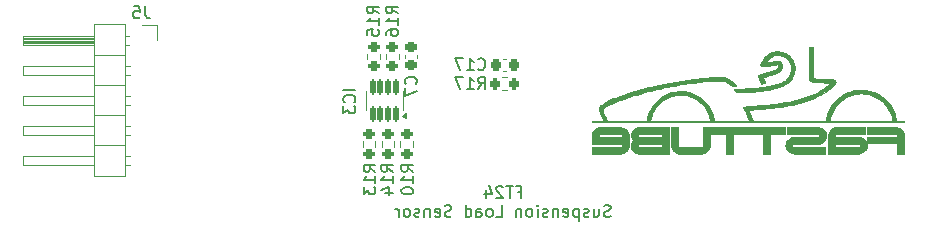
<source format=gbo>
G04 #@! TF.GenerationSoftware,KiCad,Pcbnew,8.0.2-1.fc40*
G04 #@! TF.CreationDate,2024-05-13T13:55:00+02:00*
G04 #@! TF.ProjectId,FT24-SLS,46543234-2d53-44c5-932e-6b696361645f,rev?*
G04 #@! TF.SameCoordinates,Original*
G04 #@! TF.FileFunction,Legend,Bot*
G04 #@! TF.FilePolarity,Positive*
%FSLAX46Y46*%
G04 Gerber Fmt 4.6, Leading zero omitted, Abs format (unit mm)*
G04 Created by KiCad (PCBNEW 8.0.2-1.fc40) date 2024-05-13 13:55:00*
%MOMM*%
%LPD*%
G01*
G04 APERTURE LIST*
G04 Aperture macros list*
%AMRoundRect*
0 Rectangle with rounded corners*
0 $1 Rounding radius*
0 $2 $3 $4 $5 $6 $7 $8 $9 X,Y pos of 4 corners*
0 Add a 4 corners polygon primitive as box body*
4,1,4,$2,$3,$4,$5,$6,$7,$8,$9,$2,$3,0*
0 Add four circle primitives for the rounded corners*
1,1,$1+$1,$2,$3*
1,1,$1+$1,$4,$5*
1,1,$1+$1,$6,$7*
1,1,$1+$1,$8,$9*
0 Add four rect primitives between the rounded corners*
20,1,$1+$1,$2,$3,$4,$5,0*
20,1,$1+$1,$4,$5,$6,$7,0*
20,1,$1+$1,$6,$7,$8,$9,0*
20,1,$1+$1,$8,$9,$2,$3,0*%
G04 Aperture macros list end*
%ADD10C,0.150000*%
%ADD11C,0.010000*%
%ADD12C,0.120000*%
%ADD13C,3.200000*%
%ADD14C,0.100000*%
%ADD15C,4.000000*%
%ADD16C,1.800000*%
%ADD17RoundRect,0.200000X-0.275000X0.200000X-0.275000X-0.200000X0.275000X-0.200000X0.275000X0.200000X0*%
%ADD18RoundRect,0.225000X0.250000X-0.225000X0.250000X0.225000X-0.250000X0.225000X-0.250000X-0.225000X0*%
%ADD19RoundRect,0.200000X-0.200000X-0.275000X0.200000X-0.275000X0.200000X0.275000X-0.200000X0.275000X0*%
%ADD20RoundRect,0.225000X0.225000X0.250000X-0.225000X0.250000X-0.225000X-0.250000X0.225000X-0.250000X0*%
%ADD21RoundRect,0.200000X0.275000X-0.200000X0.275000X0.200000X-0.275000X0.200000X-0.275000X-0.200000X0*%
%ADD22R,1.700000X1.700000*%
%ADD23O,1.700000X1.700000*%
%ADD24RoundRect,0.112500X0.112500X-0.550000X0.112500X0.550000X-0.112500X0.550000X-0.112500X-0.550000X0*%
G04 APERTURE END LIST*
D10*
X137290476Y-101736065D02*
X137623809Y-101736065D01*
X137623809Y-102259875D02*
X137623809Y-101259875D01*
X137623809Y-101259875D02*
X137147619Y-101259875D01*
X136909523Y-101259875D02*
X136338095Y-101259875D01*
X136623809Y-102259875D02*
X136623809Y-101259875D01*
X136052380Y-101355113D02*
X136004761Y-101307494D01*
X136004761Y-101307494D02*
X135909523Y-101259875D01*
X135909523Y-101259875D02*
X135671428Y-101259875D01*
X135671428Y-101259875D02*
X135576190Y-101307494D01*
X135576190Y-101307494D02*
X135528571Y-101355113D01*
X135528571Y-101355113D02*
X135480952Y-101450351D01*
X135480952Y-101450351D02*
X135480952Y-101545589D01*
X135480952Y-101545589D02*
X135528571Y-101688446D01*
X135528571Y-101688446D02*
X136099999Y-102259875D01*
X136099999Y-102259875D02*
X135480952Y-102259875D01*
X134623809Y-101593208D02*
X134623809Y-102259875D01*
X134861904Y-101212256D02*
X135099999Y-101926541D01*
X135099999Y-101926541D02*
X134480952Y-101926541D01*
X145171429Y-103822200D02*
X145028572Y-103869819D01*
X145028572Y-103869819D02*
X144790477Y-103869819D01*
X144790477Y-103869819D02*
X144695239Y-103822200D01*
X144695239Y-103822200D02*
X144647620Y-103774580D01*
X144647620Y-103774580D02*
X144600001Y-103679342D01*
X144600001Y-103679342D02*
X144600001Y-103584104D01*
X144600001Y-103584104D02*
X144647620Y-103488866D01*
X144647620Y-103488866D02*
X144695239Y-103441247D01*
X144695239Y-103441247D02*
X144790477Y-103393628D01*
X144790477Y-103393628D02*
X144980953Y-103346009D01*
X144980953Y-103346009D02*
X145076191Y-103298390D01*
X145076191Y-103298390D02*
X145123810Y-103250771D01*
X145123810Y-103250771D02*
X145171429Y-103155533D01*
X145171429Y-103155533D02*
X145171429Y-103060295D01*
X145171429Y-103060295D02*
X145123810Y-102965057D01*
X145123810Y-102965057D02*
X145076191Y-102917438D01*
X145076191Y-102917438D02*
X144980953Y-102869819D01*
X144980953Y-102869819D02*
X144742858Y-102869819D01*
X144742858Y-102869819D02*
X144600001Y-102917438D01*
X143742858Y-103203152D02*
X143742858Y-103869819D01*
X144171429Y-103203152D02*
X144171429Y-103726961D01*
X144171429Y-103726961D02*
X144123810Y-103822200D01*
X144123810Y-103822200D02*
X144028572Y-103869819D01*
X144028572Y-103869819D02*
X143885715Y-103869819D01*
X143885715Y-103869819D02*
X143790477Y-103822200D01*
X143790477Y-103822200D02*
X143742858Y-103774580D01*
X143314286Y-103822200D02*
X143219048Y-103869819D01*
X143219048Y-103869819D02*
X143028572Y-103869819D01*
X143028572Y-103869819D02*
X142933334Y-103822200D01*
X142933334Y-103822200D02*
X142885715Y-103726961D01*
X142885715Y-103726961D02*
X142885715Y-103679342D01*
X142885715Y-103679342D02*
X142933334Y-103584104D01*
X142933334Y-103584104D02*
X143028572Y-103536485D01*
X143028572Y-103536485D02*
X143171429Y-103536485D01*
X143171429Y-103536485D02*
X143266667Y-103488866D01*
X143266667Y-103488866D02*
X143314286Y-103393628D01*
X143314286Y-103393628D02*
X143314286Y-103346009D01*
X143314286Y-103346009D02*
X143266667Y-103250771D01*
X143266667Y-103250771D02*
X143171429Y-103203152D01*
X143171429Y-103203152D02*
X143028572Y-103203152D01*
X143028572Y-103203152D02*
X142933334Y-103250771D01*
X142457143Y-103203152D02*
X142457143Y-104203152D01*
X142457143Y-103250771D02*
X142361905Y-103203152D01*
X142361905Y-103203152D02*
X142171429Y-103203152D01*
X142171429Y-103203152D02*
X142076191Y-103250771D01*
X142076191Y-103250771D02*
X142028572Y-103298390D01*
X142028572Y-103298390D02*
X141980953Y-103393628D01*
X141980953Y-103393628D02*
X141980953Y-103679342D01*
X141980953Y-103679342D02*
X142028572Y-103774580D01*
X142028572Y-103774580D02*
X142076191Y-103822200D01*
X142076191Y-103822200D02*
X142171429Y-103869819D01*
X142171429Y-103869819D02*
X142361905Y-103869819D01*
X142361905Y-103869819D02*
X142457143Y-103822200D01*
X141171429Y-103822200D02*
X141266667Y-103869819D01*
X141266667Y-103869819D02*
X141457143Y-103869819D01*
X141457143Y-103869819D02*
X141552381Y-103822200D01*
X141552381Y-103822200D02*
X141600000Y-103726961D01*
X141600000Y-103726961D02*
X141600000Y-103346009D01*
X141600000Y-103346009D02*
X141552381Y-103250771D01*
X141552381Y-103250771D02*
X141457143Y-103203152D01*
X141457143Y-103203152D02*
X141266667Y-103203152D01*
X141266667Y-103203152D02*
X141171429Y-103250771D01*
X141171429Y-103250771D02*
X141123810Y-103346009D01*
X141123810Y-103346009D02*
X141123810Y-103441247D01*
X141123810Y-103441247D02*
X141600000Y-103536485D01*
X140695238Y-103203152D02*
X140695238Y-103869819D01*
X140695238Y-103298390D02*
X140647619Y-103250771D01*
X140647619Y-103250771D02*
X140552381Y-103203152D01*
X140552381Y-103203152D02*
X140409524Y-103203152D01*
X140409524Y-103203152D02*
X140314286Y-103250771D01*
X140314286Y-103250771D02*
X140266667Y-103346009D01*
X140266667Y-103346009D02*
X140266667Y-103869819D01*
X139838095Y-103822200D02*
X139742857Y-103869819D01*
X139742857Y-103869819D02*
X139552381Y-103869819D01*
X139552381Y-103869819D02*
X139457143Y-103822200D01*
X139457143Y-103822200D02*
X139409524Y-103726961D01*
X139409524Y-103726961D02*
X139409524Y-103679342D01*
X139409524Y-103679342D02*
X139457143Y-103584104D01*
X139457143Y-103584104D02*
X139552381Y-103536485D01*
X139552381Y-103536485D02*
X139695238Y-103536485D01*
X139695238Y-103536485D02*
X139790476Y-103488866D01*
X139790476Y-103488866D02*
X139838095Y-103393628D01*
X139838095Y-103393628D02*
X139838095Y-103346009D01*
X139838095Y-103346009D02*
X139790476Y-103250771D01*
X139790476Y-103250771D02*
X139695238Y-103203152D01*
X139695238Y-103203152D02*
X139552381Y-103203152D01*
X139552381Y-103203152D02*
X139457143Y-103250771D01*
X138980952Y-103869819D02*
X138980952Y-103203152D01*
X138980952Y-102869819D02*
X139028571Y-102917438D01*
X139028571Y-102917438D02*
X138980952Y-102965057D01*
X138980952Y-102965057D02*
X138933333Y-102917438D01*
X138933333Y-102917438D02*
X138980952Y-102869819D01*
X138980952Y-102869819D02*
X138980952Y-102965057D01*
X138361905Y-103869819D02*
X138457143Y-103822200D01*
X138457143Y-103822200D02*
X138504762Y-103774580D01*
X138504762Y-103774580D02*
X138552381Y-103679342D01*
X138552381Y-103679342D02*
X138552381Y-103393628D01*
X138552381Y-103393628D02*
X138504762Y-103298390D01*
X138504762Y-103298390D02*
X138457143Y-103250771D01*
X138457143Y-103250771D02*
X138361905Y-103203152D01*
X138361905Y-103203152D02*
X138219048Y-103203152D01*
X138219048Y-103203152D02*
X138123810Y-103250771D01*
X138123810Y-103250771D02*
X138076191Y-103298390D01*
X138076191Y-103298390D02*
X138028572Y-103393628D01*
X138028572Y-103393628D02*
X138028572Y-103679342D01*
X138028572Y-103679342D02*
X138076191Y-103774580D01*
X138076191Y-103774580D02*
X138123810Y-103822200D01*
X138123810Y-103822200D02*
X138219048Y-103869819D01*
X138219048Y-103869819D02*
X138361905Y-103869819D01*
X137600000Y-103203152D02*
X137600000Y-103869819D01*
X137600000Y-103298390D02*
X137552381Y-103250771D01*
X137552381Y-103250771D02*
X137457143Y-103203152D01*
X137457143Y-103203152D02*
X137314286Y-103203152D01*
X137314286Y-103203152D02*
X137219048Y-103250771D01*
X137219048Y-103250771D02*
X137171429Y-103346009D01*
X137171429Y-103346009D02*
X137171429Y-103869819D01*
X135457143Y-103869819D02*
X135933333Y-103869819D01*
X135933333Y-103869819D02*
X135933333Y-102869819D01*
X134980952Y-103869819D02*
X135076190Y-103822200D01*
X135076190Y-103822200D02*
X135123809Y-103774580D01*
X135123809Y-103774580D02*
X135171428Y-103679342D01*
X135171428Y-103679342D02*
X135171428Y-103393628D01*
X135171428Y-103393628D02*
X135123809Y-103298390D01*
X135123809Y-103298390D02*
X135076190Y-103250771D01*
X135076190Y-103250771D02*
X134980952Y-103203152D01*
X134980952Y-103203152D02*
X134838095Y-103203152D01*
X134838095Y-103203152D02*
X134742857Y-103250771D01*
X134742857Y-103250771D02*
X134695238Y-103298390D01*
X134695238Y-103298390D02*
X134647619Y-103393628D01*
X134647619Y-103393628D02*
X134647619Y-103679342D01*
X134647619Y-103679342D02*
X134695238Y-103774580D01*
X134695238Y-103774580D02*
X134742857Y-103822200D01*
X134742857Y-103822200D02*
X134838095Y-103869819D01*
X134838095Y-103869819D02*
X134980952Y-103869819D01*
X133790476Y-103869819D02*
X133790476Y-103346009D01*
X133790476Y-103346009D02*
X133838095Y-103250771D01*
X133838095Y-103250771D02*
X133933333Y-103203152D01*
X133933333Y-103203152D02*
X134123809Y-103203152D01*
X134123809Y-103203152D02*
X134219047Y-103250771D01*
X133790476Y-103822200D02*
X133885714Y-103869819D01*
X133885714Y-103869819D02*
X134123809Y-103869819D01*
X134123809Y-103869819D02*
X134219047Y-103822200D01*
X134219047Y-103822200D02*
X134266666Y-103726961D01*
X134266666Y-103726961D02*
X134266666Y-103631723D01*
X134266666Y-103631723D02*
X134219047Y-103536485D01*
X134219047Y-103536485D02*
X134123809Y-103488866D01*
X134123809Y-103488866D02*
X133885714Y-103488866D01*
X133885714Y-103488866D02*
X133790476Y-103441247D01*
X132885714Y-103869819D02*
X132885714Y-102869819D01*
X132885714Y-103822200D02*
X132980952Y-103869819D01*
X132980952Y-103869819D02*
X133171428Y-103869819D01*
X133171428Y-103869819D02*
X133266666Y-103822200D01*
X133266666Y-103822200D02*
X133314285Y-103774580D01*
X133314285Y-103774580D02*
X133361904Y-103679342D01*
X133361904Y-103679342D02*
X133361904Y-103393628D01*
X133361904Y-103393628D02*
X133314285Y-103298390D01*
X133314285Y-103298390D02*
X133266666Y-103250771D01*
X133266666Y-103250771D02*
X133171428Y-103203152D01*
X133171428Y-103203152D02*
X132980952Y-103203152D01*
X132980952Y-103203152D02*
X132885714Y-103250771D01*
X131695237Y-103822200D02*
X131552380Y-103869819D01*
X131552380Y-103869819D02*
X131314285Y-103869819D01*
X131314285Y-103869819D02*
X131219047Y-103822200D01*
X131219047Y-103822200D02*
X131171428Y-103774580D01*
X131171428Y-103774580D02*
X131123809Y-103679342D01*
X131123809Y-103679342D02*
X131123809Y-103584104D01*
X131123809Y-103584104D02*
X131171428Y-103488866D01*
X131171428Y-103488866D02*
X131219047Y-103441247D01*
X131219047Y-103441247D02*
X131314285Y-103393628D01*
X131314285Y-103393628D02*
X131504761Y-103346009D01*
X131504761Y-103346009D02*
X131599999Y-103298390D01*
X131599999Y-103298390D02*
X131647618Y-103250771D01*
X131647618Y-103250771D02*
X131695237Y-103155533D01*
X131695237Y-103155533D02*
X131695237Y-103060295D01*
X131695237Y-103060295D02*
X131647618Y-102965057D01*
X131647618Y-102965057D02*
X131599999Y-102917438D01*
X131599999Y-102917438D02*
X131504761Y-102869819D01*
X131504761Y-102869819D02*
X131266666Y-102869819D01*
X131266666Y-102869819D02*
X131123809Y-102917438D01*
X130314285Y-103822200D02*
X130409523Y-103869819D01*
X130409523Y-103869819D02*
X130599999Y-103869819D01*
X130599999Y-103869819D02*
X130695237Y-103822200D01*
X130695237Y-103822200D02*
X130742856Y-103726961D01*
X130742856Y-103726961D02*
X130742856Y-103346009D01*
X130742856Y-103346009D02*
X130695237Y-103250771D01*
X130695237Y-103250771D02*
X130599999Y-103203152D01*
X130599999Y-103203152D02*
X130409523Y-103203152D01*
X130409523Y-103203152D02*
X130314285Y-103250771D01*
X130314285Y-103250771D02*
X130266666Y-103346009D01*
X130266666Y-103346009D02*
X130266666Y-103441247D01*
X130266666Y-103441247D02*
X130742856Y-103536485D01*
X129838094Y-103203152D02*
X129838094Y-103869819D01*
X129838094Y-103298390D02*
X129790475Y-103250771D01*
X129790475Y-103250771D02*
X129695237Y-103203152D01*
X129695237Y-103203152D02*
X129552380Y-103203152D01*
X129552380Y-103203152D02*
X129457142Y-103250771D01*
X129457142Y-103250771D02*
X129409523Y-103346009D01*
X129409523Y-103346009D02*
X129409523Y-103869819D01*
X128980951Y-103822200D02*
X128885713Y-103869819D01*
X128885713Y-103869819D02*
X128695237Y-103869819D01*
X128695237Y-103869819D02*
X128599999Y-103822200D01*
X128599999Y-103822200D02*
X128552380Y-103726961D01*
X128552380Y-103726961D02*
X128552380Y-103679342D01*
X128552380Y-103679342D02*
X128599999Y-103584104D01*
X128599999Y-103584104D02*
X128695237Y-103536485D01*
X128695237Y-103536485D02*
X128838094Y-103536485D01*
X128838094Y-103536485D02*
X128933332Y-103488866D01*
X128933332Y-103488866D02*
X128980951Y-103393628D01*
X128980951Y-103393628D02*
X128980951Y-103346009D01*
X128980951Y-103346009D02*
X128933332Y-103250771D01*
X128933332Y-103250771D02*
X128838094Y-103203152D01*
X128838094Y-103203152D02*
X128695237Y-103203152D01*
X128695237Y-103203152D02*
X128599999Y-103250771D01*
X127980951Y-103869819D02*
X128076189Y-103822200D01*
X128076189Y-103822200D02*
X128123808Y-103774580D01*
X128123808Y-103774580D02*
X128171427Y-103679342D01*
X128171427Y-103679342D02*
X128171427Y-103393628D01*
X128171427Y-103393628D02*
X128123808Y-103298390D01*
X128123808Y-103298390D02*
X128076189Y-103250771D01*
X128076189Y-103250771D02*
X127980951Y-103203152D01*
X127980951Y-103203152D02*
X127838094Y-103203152D01*
X127838094Y-103203152D02*
X127742856Y-103250771D01*
X127742856Y-103250771D02*
X127695237Y-103298390D01*
X127695237Y-103298390D02*
X127647618Y-103393628D01*
X127647618Y-103393628D02*
X127647618Y-103679342D01*
X127647618Y-103679342D02*
X127695237Y-103774580D01*
X127695237Y-103774580D02*
X127742856Y-103822200D01*
X127742856Y-103822200D02*
X127838094Y-103869819D01*
X127838094Y-103869819D02*
X127980951Y-103869819D01*
X127219046Y-103869819D02*
X127219046Y-103203152D01*
X127219046Y-103393628D02*
X127171427Y-103298390D01*
X127171427Y-103298390D02*
X127123808Y-103250771D01*
X127123808Y-103250771D02*
X127028570Y-103203152D01*
X127028570Y-103203152D02*
X126933332Y-103203152D01*
X127154819Y-86657142D02*
X126678628Y-86323809D01*
X127154819Y-86085714D02*
X126154819Y-86085714D01*
X126154819Y-86085714D02*
X126154819Y-86466666D01*
X126154819Y-86466666D02*
X126202438Y-86561904D01*
X126202438Y-86561904D02*
X126250057Y-86609523D01*
X126250057Y-86609523D02*
X126345295Y-86657142D01*
X126345295Y-86657142D02*
X126488152Y-86657142D01*
X126488152Y-86657142D02*
X126583390Y-86609523D01*
X126583390Y-86609523D02*
X126631009Y-86561904D01*
X126631009Y-86561904D02*
X126678628Y-86466666D01*
X126678628Y-86466666D02*
X126678628Y-86085714D01*
X127154819Y-87609523D02*
X127154819Y-87038095D01*
X127154819Y-87323809D02*
X126154819Y-87323809D01*
X126154819Y-87323809D02*
X126297676Y-87228571D01*
X126297676Y-87228571D02*
X126392914Y-87133333D01*
X126392914Y-87133333D02*
X126440533Y-87038095D01*
X126154819Y-88466666D02*
X126154819Y-88276190D01*
X126154819Y-88276190D02*
X126202438Y-88180952D01*
X126202438Y-88180952D02*
X126250057Y-88133333D01*
X126250057Y-88133333D02*
X126392914Y-88038095D01*
X126392914Y-88038095D02*
X126583390Y-87990476D01*
X126583390Y-87990476D02*
X126964342Y-87990476D01*
X126964342Y-87990476D02*
X127059580Y-88038095D01*
X127059580Y-88038095D02*
X127107200Y-88085714D01*
X127107200Y-88085714D02*
X127154819Y-88180952D01*
X127154819Y-88180952D02*
X127154819Y-88371428D01*
X127154819Y-88371428D02*
X127107200Y-88466666D01*
X127107200Y-88466666D02*
X127059580Y-88514285D01*
X127059580Y-88514285D02*
X126964342Y-88561904D01*
X126964342Y-88561904D02*
X126726247Y-88561904D01*
X126726247Y-88561904D02*
X126631009Y-88514285D01*
X126631009Y-88514285D02*
X126583390Y-88466666D01*
X126583390Y-88466666D02*
X126535771Y-88371428D01*
X126535771Y-88371428D02*
X126535771Y-88180952D01*
X126535771Y-88180952D02*
X126583390Y-88085714D01*
X126583390Y-88085714D02*
X126631009Y-88038095D01*
X126631009Y-88038095D02*
X126726247Y-87990476D01*
X128659580Y-92618333D02*
X128707200Y-92570714D01*
X128707200Y-92570714D02*
X128754819Y-92427857D01*
X128754819Y-92427857D02*
X128754819Y-92332619D01*
X128754819Y-92332619D02*
X128707200Y-92189762D01*
X128707200Y-92189762D02*
X128611961Y-92094524D01*
X128611961Y-92094524D02*
X128516723Y-92046905D01*
X128516723Y-92046905D02*
X128326247Y-91999286D01*
X128326247Y-91999286D02*
X128183390Y-91999286D01*
X128183390Y-91999286D02*
X127992914Y-92046905D01*
X127992914Y-92046905D02*
X127897676Y-92094524D01*
X127897676Y-92094524D02*
X127802438Y-92189762D01*
X127802438Y-92189762D02*
X127754819Y-92332619D01*
X127754819Y-92332619D02*
X127754819Y-92427857D01*
X127754819Y-92427857D02*
X127802438Y-92570714D01*
X127802438Y-92570714D02*
X127850057Y-92618333D01*
X127754819Y-92951667D02*
X127754819Y-93618333D01*
X127754819Y-93618333D02*
X128754819Y-93189762D01*
X125554819Y-86657142D02*
X125078628Y-86323809D01*
X125554819Y-86085714D02*
X124554819Y-86085714D01*
X124554819Y-86085714D02*
X124554819Y-86466666D01*
X124554819Y-86466666D02*
X124602438Y-86561904D01*
X124602438Y-86561904D02*
X124650057Y-86609523D01*
X124650057Y-86609523D02*
X124745295Y-86657142D01*
X124745295Y-86657142D02*
X124888152Y-86657142D01*
X124888152Y-86657142D02*
X124983390Y-86609523D01*
X124983390Y-86609523D02*
X125031009Y-86561904D01*
X125031009Y-86561904D02*
X125078628Y-86466666D01*
X125078628Y-86466666D02*
X125078628Y-86085714D01*
X125554819Y-87609523D02*
X125554819Y-87038095D01*
X125554819Y-87323809D02*
X124554819Y-87323809D01*
X124554819Y-87323809D02*
X124697676Y-87228571D01*
X124697676Y-87228571D02*
X124792914Y-87133333D01*
X124792914Y-87133333D02*
X124840533Y-87038095D01*
X124554819Y-88514285D02*
X124554819Y-88038095D01*
X124554819Y-88038095D02*
X125031009Y-87990476D01*
X125031009Y-87990476D02*
X124983390Y-88038095D01*
X124983390Y-88038095D02*
X124935771Y-88133333D01*
X124935771Y-88133333D02*
X124935771Y-88371428D01*
X124935771Y-88371428D02*
X124983390Y-88466666D01*
X124983390Y-88466666D02*
X125031009Y-88514285D01*
X125031009Y-88514285D02*
X125126247Y-88561904D01*
X125126247Y-88561904D02*
X125364342Y-88561904D01*
X125364342Y-88561904D02*
X125459580Y-88514285D01*
X125459580Y-88514285D02*
X125507200Y-88466666D01*
X125507200Y-88466666D02*
X125554819Y-88371428D01*
X125554819Y-88371428D02*
X125554819Y-88133333D01*
X125554819Y-88133333D02*
X125507200Y-88038095D01*
X125507200Y-88038095D02*
X125459580Y-87990476D01*
X133942857Y-93054819D02*
X134276190Y-92578628D01*
X134514285Y-93054819D02*
X134514285Y-92054819D01*
X134514285Y-92054819D02*
X134133333Y-92054819D01*
X134133333Y-92054819D02*
X134038095Y-92102438D01*
X134038095Y-92102438D02*
X133990476Y-92150057D01*
X133990476Y-92150057D02*
X133942857Y-92245295D01*
X133942857Y-92245295D02*
X133942857Y-92388152D01*
X133942857Y-92388152D02*
X133990476Y-92483390D01*
X133990476Y-92483390D02*
X134038095Y-92531009D01*
X134038095Y-92531009D02*
X134133333Y-92578628D01*
X134133333Y-92578628D02*
X134514285Y-92578628D01*
X132990476Y-93054819D02*
X133561904Y-93054819D01*
X133276190Y-93054819D02*
X133276190Y-92054819D01*
X133276190Y-92054819D02*
X133371428Y-92197676D01*
X133371428Y-92197676D02*
X133466666Y-92292914D01*
X133466666Y-92292914D02*
X133561904Y-92340533D01*
X132657142Y-92054819D02*
X131990476Y-92054819D01*
X131990476Y-92054819D02*
X132419047Y-93054819D01*
X133942857Y-91359580D02*
X133990476Y-91407200D01*
X133990476Y-91407200D02*
X134133333Y-91454819D01*
X134133333Y-91454819D02*
X134228571Y-91454819D01*
X134228571Y-91454819D02*
X134371428Y-91407200D01*
X134371428Y-91407200D02*
X134466666Y-91311961D01*
X134466666Y-91311961D02*
X134514285Y-91216723D01*
X134514285Y-91216723D02*
X134561904Y-91026247D01*
X134561904Y-91026247D02*
X134561904Y-90883390D01*
X134561904Y-90883390D02*
X134514285Y-90692914D01*
X134514285Y-90692914D02*
X134466666Y-90597676D01*
X134466666Y-90597676D02*
X134371428Y-90502438D01*
X134371428Y-90502438D02*
X134228571Y-90454819D01*
X134228571Y-90454819D02*
X134133333Y-90454819D01*
X134133333Y-90454819D02*
X133990476Y-90502438D01*
X133990476Y-90502438D02*
X133942857Y-90550057D01*
X132990476Y-91454819D02*
X133561904Y-91454819D01*
X133276190Y-91454819D02*
X133276190Y-90454819D01*
X133276190Y-90454819D02*
X133371428Y-90597676D01*
X133371428Y-90597676D02*
X133466666Y-90692914D01*
X133466666Y-90692914D02*
X133561904Y-90740533D01*
X132657142Y-90454819D02*
X131990476Y-90454819D01*
X131990476Y-90454819D02*
X132419047Y-91454819D01*
X125254819Y-100057142D02*
X124778628Y-99723809D01*
X125254819Y-99485714D02*
X124254819Y-99485714D01*
X124254819Y-99485714D02*
X124254819Y-99866666D01*
X124254819Y-99866666D02*
X124302438Y-99961904D01*
X124302438Y-99961904D02*
X124350057Y-100009523D01*
X124350057Y-100009523D02*
X124445295Y-100057142D01*
X124445295Y-100057142D02*
X124588152Y-100057142D01*
X124588152Y-100057142D02*
X124683390Y-100009523D01*
X124683390Y-100009523D02*
X124731009Y-99961904D01*
X124731009Y-99961904D02*
X124778628Y-99866666D01*
X124778628Y-99866666D02*
X124778628Y-99485714D01*
X125254819Y-101009523D02*
X125254819Y-100438095D01*
X125254819Y-100723809D02*
X124254819Y-100723809D01*
X124254819Y-100723809D02*
X124397676Y-100628571D01*
X124397676Y-100628571D02*
X124492914Y-100533333D01*
X124492914Y-100533333D02*
X124540533Y-100438095D01*
X124254819Y-101342857D02*
X124254819Y-101961904D01*
X124254819Y-101961904D02*
X124635771Y-101628571D01*
X124635771Y-101628571D02*
X124635771Y-101771428D01*
X124635771Y-101771428D02*
X124683390Y-101866666D01*
X124683390Y-101866666D02*
X124731009Y-101914285D01*
X124731009Y-101914285D02*
X124826247Y-101961904D01*
X124826247Y-101961904D02*
X125064342Y-101961904D01*
X125064342Y-101961904D02*
X125159580Y-101914285D01*
X125159580Y-101914285D02*
X125207200Y-101866666D01*
X125207200Y-101866666D02*
X125254819Y-101771428D01*
X125254819Y-101771428D02*
X125254819Y-101485714D01*
X125254819Y-101485714D02*
X125207200Y-101390476D01*
X125207200Y-101390476D02*
X125159580Y-101342857D01*
X105758333Y-86049819D02*
X105758333Y-86764104D01*
X105758333Y-86764104D02*
X105805952Y-86906961D01*
X105805952Y-86906961D02*
X105901190Y-87002200D01*
X105901190Y-87002200D02*
X106044047Y-87049819D01*
X106044047Y-87049819D02*
X106139285Y-87049819D01*
X104805952Y-86049819D02*
X105282142Y-86049819D01*
X105282142Y-86049819D02*
X105329761Y-86526009D01*
X105329761Y-86526009D02*
X105282142Y-86478390D01*
X105282142Y-86478390D02*
X105186904Y-86430771D01*
X105186904Y-86430771D02*
X104948809Y-86430771D01*
X104948809Y-86430771D02*
X104853571Y-86478390D01*
X104853571Y-86478390D02*
X104805952Y-86526009D01*
X104805952Y-86526009D02*
X104758333Y-86621247D01*
X104758333Y-86621247D02*
X104758333Y-86859342D01*
X104758333Y-86859342D02*
X104805952Y-86954580D01*
X104805952Y-86954580D02*
X104853571Y-87002200D01*
X104853571Y-87002200D02*
X104948809Y-87049819D01*
X104948809Y-87049819D02*
X105186904Y-87049819D01*
X105186904Y-87049819D02*
X105282142Y-87002200D01*
X105282142Y-87002200D02*
X105329761Y-86954580D01*
X123554819Y-93123810D02*
X122554819Y-93123810D01*
X123459580Y-94171428D02*
X123507200Y-94123809D01*
X123507200Y-94123809D02*
X123554819Y-93980952D01*
X123554819Y-93980952D02*
X123554819Y-93885714D01*
X123554819Y-93885714D02*
X123507200Y-93742857D01*
X123507200Y-93742857D02*
X123411961Y-93647619D01*
X123411961Y-93647619D02*
X123316723Y-93600000D01*
X123316723Y-93600000D02*
X123126247Y-93552381D01*
X123126247Y-93552381D02*
X122983390Y-93552381D01*
X122983390Y-93552381D02*
X122792914Y-93600000D01*
X122792914Y-93600000D02*
X122697676Y-93647619D01*
X122697676Y-93647619D02*
X122602438Y-93742857D01*
X122602438Y-93742857D02*
X122554819Y-93885714D01*
X122554819Y-93885714D02*
X122554819Y-93980952D01*
X122554819Y-93980952D02*
X122602438Y-94123809D01*
X122602438Y-94123809D02*
X122650057Y-94171428D01*
X122554819Y-94504762D02*
X122554819Y-95123809D01*
X122554819Y-95123809D02*
X122935771Y-94790476D01*
X122935771Y-94790476D02*
X122935771Y-94933333D01*
X122935771Y-94933333D02*
X122983390Y-95028571D01*
X122983390Y-95028571D02*
X123031009Y-95076190D01*
X123031009Y-95076190D02*
X123126247Y-95123809D01*
X123126247Y-95123809D02*
X123364342Y-95123809D01*
X123364342Y-95123809D02*
X123459580Y-95076190D01*
X123459580Y-95076190D02*
X123507200Y-95028571D01*
X123507200Y-95028571D02*
X123554819Y-94933333D01*
X123554819Y-94933333D02*
X123554819Y-94647619D01*
X123554819Y-94647619D02*
X123507200Y-94552381D01*
X123507200Y-94552381D02*
X123459580Y-94504762D01*
X126754819Y-100057142D02*
X126278628Y-99723809D01*
X126754819Y-99485714D02*
X125754819Y-99485714D01*
X125754819Y-99485714D02*
X125754819Y-99866666D01*
X125754819Y-99866666D02*
X125802438Y-99961904D01*
X125802438Y-99961904D02*
X125850057Y-100009523D01*
X125850057Y-100009523D02*
X125945295Y-100057142D01*
X125945295Y-100057142D02*
X126088152Y-100057142D01*
X126088152Y-100057142D02*
X126183390Y-100009523D01*
X126183390Y-100009523D02*
X126231009Y-99961904D01*
X126231009Y-99961904D02*
X126278628Y-99866666D01*
X126278628Y-99866666D02*
X126278628Y-99485714D01*
X126754819Y-101009523D02*
X126754819Y-100438095D01*
X126754819Y-100723809D02*
X125754819Y-100723809D01*
X125754819Y-100723809D02*
X125897676Y-100628571D01*
X125897676Y-100628571D02*
X125992914Y-100533333D01*
X125992914Y-100533333D02*
X126040533Y-100438095D01*
X126088152Y-101866666D02*
X126754819Y-101866666D01*
X125707200Y-101628571D02*
X126421485Y-101390476D01*
X126421485Y-101390476D02*
X126421485Y-102009523D01*
X128454819Y-100057142D02*
X127978628Y-99723809D01*
X128454819Y-99485714D02*
X127454819Y-99485714D01*
X127454819Y-99485714D02*
X127454819Y-99866666D01*
X127454819Y-99866666D02*
X127502438Y-99961904D01*
X127502438Y-99961904D02*
X127550057Y-100009523D01*
X127550057Y-100009523D02*
X127645295Y-100057142D01*
X127645295Y-100057142D02*
X127788152Y-100057142D01*
X127788152Y-100057142D02*
X127883390Y-100009523D01*
X127883390Y-100009523D02*
X127931009Y-99961904D01*
X127931009Y-99961904D02*
X127978628Y-99866666D01*
X127978628Y-99866666D02*
X127978628Y-99485714D01*
X128454819Y-101009523D02*
X128454819Y-100438095D01*
X128454819Y-100723809D02*
X127454819Y-100723809D01*
X127454819Y-100723809D02*
X127597676Y-100628571D01*
X127597676Y-100628571D02*
X127692914Y-100533333D01*
X127692914Y-100533333D02*
X127740533Y-100438095D01*
X127454819Y-101628571D02*
X127454819Y-101723809D01*
X127454819Y-101723809D02*
X127502438Y-101819047D01*
X127502438Y-101819047D02*
X127550057Y-101866666D01*
X127550057Y-101866666D02*
X127645295Y-101914285D01*
X127645295Y-101914285D02*
X127835771Y-101961904D01*
X127835771Y-101961904D02*
X128073866Y-101961904D01*
X128073866Y-101961904D02*
X128264342Y-101914285D01*
X128264342Y-101914285D02*
X128359580Y-101866666D01*
X128359580Y-101866666D02*
X128407200Y-101819047D01*
X128407200Y-101819047D02*
X128454819Y-101723809D01*
X128454819Y-101723809D02*
X128454819Y-101628571D01*
X128454819Y-101628571D02*
X128407200Y-101533333D01*
X128407200Y-101533333D02*
X128359580Y-101485714D01*
X128359580Y-101485714D02*
X128264342Y-101438095D01*
X128264342Y-101438095D02*
X128073866Y-101390476D01*
X128073866Y-101390476D02*
X127835771Y-101390476D01*
X127835771Y-101390476D02*
X127645295Y-101438095D01*
X127645295Y-101438095D02*
X127550057Y-101485714D01*
X127550057Y-101485714D02*
X127502438Y-101533333D01*
X127502438Y-101533333D02*
X127454819Y-101628571D01*
D11*
X168117288Y-96287767D02*
X168236629Y-96287979D01*
X168372168Y-96288225D01*
X168496028Y-96288462D01*
X168608771Y-96288696D01*
X168710959Y-96288935D01*
X168803155Y-96289184D01*
X168885920Y-96289453D01*
X168959819Y-96289746D01*
X169025413Y-96290071D01*
X169083265Y-96290435D01*
X169133936Y-96290845D01*
X169177990Y-96291308D01*
X169215990Y-96291831D01*
X169248497Y-96292420D01*
X169276074Y-96293083D01*
X169299283Y-96293827D01*
X169318688Y-96294658D01*
X169334849Y-96295583D01*
X169348331Y-96296610D01*
X169359695Y-96297745D01*
X169369504Y-96298996D01*
X169378321Y-96300368D01*
X169386707Y-96301870D01*
X169395225Y-96303507D01*
X169395804Y-96303620D01*
X169468860Y-96319561D01*
X169532976Y-96337452D01*
X169591862Y-96358465D01*
X169649225Y-96383772D01*
X169665576Y-96391859D01*
X169745464Y-96438623D01*
X169814807Y-96492439D01*
X169873731Y-96553481D01*
X169922363Y-96621923D01*
X169960831Y-96697936D01*
X169989261Y-96781696D01*
X170007779Y-96873375D01*
X170008540Y-96882717D01*
X170009454Y-96905646D01*
X170010298Y-96940504D01*
X170011069Y-96986856D01*
X170011764Y-97044270D01*
X170012380Y-97112312D01*
X170012914Y-97190550D01*
X170013361Y-97278551D01*
X170013719Y-97375880D01*
X170013985Y-97482105D01*
X170014154Y-97596794D01*
X170014225Y-97719512D01*
X170014350Y-98521200D01*
X169430150Y-98521200D01*
X169430150Y-97663950D01*
X166909200Y-97663950D01*
X166909200Y-97098800D01*
X169430150Y-97098800D01*
X169430150Y-96851150D01*
X166909200Y-96851150D01*
X166909200Y-96285624D01*
X168117288Y-96287767D01*
G36*
X168117288Y-96287767D02*
G01*
X168236629Y-96287979D01*
X168372168Y-96288225D01*
X168496028Y-96288462D01*
X168608771Y-96288696D01*
X168710959Y-96288935D01*
X168803155Y-96289184D01*
X168885920Y-96289453D01*
X168959819Y-96289746D01*
X169025413Y-96290071D01*
X169083265Y-96290435D01*
X169133936Y-96290845D01*
X169177990Y-96291308D01*
X169215990Y-96291831D01*
X169248497Y-96292420D01*
X169276074Y-96293083D01*
X169299283Y-96293827D01*
X169318688Y-96294658D01*
X169334849Y-96295583D01*
X169348331Y-96296610D01*
X169359695Y-96297745D01*
X169369504Y-96298996D01*
X169378321Y-96300368D01*
X169386707Y-96301870D01*
X169395225Y-96303507D01*
X169395804Y-96303620D01*
X169468860Y-96319561D01*
X169532976Y-96337452D01*
X169591862Y-96358465D01*
X169649225Y-96383772D01*
X169665576Y-96391859D01*
X169745464Y-96438623D01*
X169814807Y-96492439D01*
X169873731Y-96553481D01*
X169922363Y-96621923D01*
X169960831Y-96697936D01*
X169989261Y-96781696D01*
X170007779Y-96873375D01*
X170008540Y-96882717D01*
X170009454Y-96905646D01*
X170010298Y-96940504D01*
X170011069Y-96986856D01*
X170011764Y-97044270D01*
X170012380Y-97112312D01*
X170012914Y-97190550D01*
X170013361Y-97278551D01*
X170013719Y-97375880D01*
X170013985Y-97482105D01*
X170014154Y-97596794D01*
X170014225Y-97719512D01*
X170014350Y-98521200D01*
X169430150Y-98521200D01*
X169430150Y-97663950D01*
X166909200Y-97663950D01*
X166909200Y-97098800D01*
X169430150Y-97098800D01*
X169430150Y-96851150D01*
X166909200Y-96851150D01*
X166909200Y-96285624D01*
X168117288Y-96287767D01*
G37*
X166868255Y-97761254D02*
X166869530Y-97850650D01*
X166859234Y-97938943D01*
X166837477Y-98024878D01*
X166804371Y-98107198D01*
X166760028Y-98184650D01*
X166710104Y-98250334D01*
X166645019Y-98317238D01*
X166571706Y-98376205D01*
X166491685Y-98426295D01*
X166406476Y-98466571D01*
X166317600Y-98496095D01*
X166226575Y-98513927D01*
X166223325Y-98514181D01*
X166207132Y-98514746D01*
X166179127Y-98515302D01*
X166139927Y-98515844D01*
X166090146Y-98516371D01*
X166030399Y-98516880D01*
X165961301Y-98517367D01*
X165883467Y-98517829D01*
X165797512Y-98518264D01*
X165704050Y-98518669D01*
X165603697Y-98519040D01*
X165497068Y-98519374D01*
X165384778Y-98519669D01*
X165267442Y-98519922D01*
X165145674Y-98520130D01*
X165020090Y-98520289D01*
X164891304Y-98520396D01*
X163600482Y-98521200D01*
X163602304Y-97706812D01*
X163602357Y-97683000D01*
X164185050Y-97683000D01*
X164185050Y-97956050D01*
X166261500Y-97956050D01*
X166261500Y-97683000D01*
X164185050Y-97683000D01*
X163602357Y-97683000D01*
X163604125Y-96892425D01*
X163620907Y-96831559D01*
X163641459Y-96765469D01*
X163677102Y-96678762D01*
X163720881Y-96600108D01*
X163773785Y-96527808D01*
X163836800Y-96460166D01*
X163870001Y-96430053D01*
X163939336Y-96378491D01*
X164012675Y-96338712D01*
X164090841Y-96310309D01*
X164174659Y-96292872D01*
X164183649Y-96292115D01*
X164204091Y-96291248D01*
X164235038Y-96290450D01*
X164276659Y-96289722D01*
X164329123Y-96289061D01*
X164392599Y-96288467D01*
X164467255Y-96287940D01*
X164553261Y-96287478D01*
X164650784Y-96287080D01*
X164759995Y-96286746D01*
X164881061Y-96286475D01*
X165014152Y-96286266D01*
X165159436Y-96286117D01*
X165317082Y-96286029D01*
X165487260Y-96286000D01*
X166750450Y-96286000D01*
X166750450Y-96851150D01*
X164185050Y-96851150D01*
X164185050Y-97117850D01*
X165206569Y-97117850D01*
X165235299Y-97117849D01*
X165369415Y-97117847D01*
X165491568Y-97117854D01*
X165602372Y-97117889D01*
X165702439Y-97117970D01*
X165792383Y-97118114D01*
X165872816Y-97118339D01*
X165944352Y-97118663D01*
X166007604Y-97119103D01*
X166063184Y-97119677D01*
X166111706Y-97120403D01*
X166153783Y-97121298D01*
X166190027Y-97122381D01*
X166221053Y-97123668D01*
X166247472Y-97125178D01*
X166269898Y-97126928D01*
X166288944Y-97128936D01*
X166305223Y-97131219D01*
X166319347Y-97133796D01*
X166331931Y-97136684D01*
X166343587Y-97139901D01*
X166354928Y-97143464D01*
X166366567Y-97147391D01*
X166379117Y-97151700D01*
X166459185Y-97184859D01*
X166536240Y-97228241D01*
X166608330Y-97280323D01*
X166673936Y-97339725D01*
X166731535Y-97405070D01*
X166779606Y-97474979D01*
X166816628Y-97548073D01*
X166830540Y-97584174D01*
X166855295Y-97672010D01*
X166856891Y-97683000D01*
X166868255Y-97761254D01*
G36*
X166868255Y-97761254D02*
G01*
X166869530Y-97850650D01*
X166859234Y-97938943D01*
X166837477Y-98024878D01*
X166804371Y-98107198D01*
X166760028Y-98184650D01*
X166710104Y-98250334D01*
X166645019Y-98317238D01*
X166571706Y-98376205D01*
X166491685Y-98426295D01*
X166406476Y-98466571D01*
X166317600Y-98496095D01*
X166226575Y-98513927D01*
X166223325Y-98514181D01*
X166207132Y-98514746D01*
X166179127Y-98515302D01*
X166139927Y-98515844D01*
X166090146Y-98516371D01*
X166030399Y-98516880D01*
X165961301Y-98517367D01*
X165883467Y-98517829D01*
X165797512Y-98518264D01*
X165704050Y-98518669D01*
X165603697Y-98519040D01*
X165497068Y-98519374D01*
X165384778Y-98519669D01*
X165267442Y-98519922D01*
X165145674Y-98520130D01*
X165020090Y-98520289D01*
X164891304Y-98520396D01*
X163600482Y-98521200D01*
X163602304Y-97706812D01*
X163602357Y-97683000D01*
X164185050Y-97683000D01*
X164185050Y-97956050D01*
X166261500Y-97956050D01*
X166261500Y-97683000D01*
X164185050Y-97683000D01*
X163602357Y-97683000D01*
X163604125Y-96892425D01*
X163620907Y-96831559D01*
X163641459Y-96765469D01*
X163677102Y-96678762D01*
X163720881Y-96600108D01*
X163773785Y-96527808D01*
X163836800Y-96460166D01*
X163870001Y-96430053D01*
X163939336Y-96378491D01*
X164012675Y-96338712D01*
X164090841Y-96310309D01*
X164174659Y-96292872D01*
X164183649Y-96292115D01*
X164204091Y-96291248D01*
X164235038Y-96290450D01*
X164276659Y-96289722D01*
X164329123Y-96289061D01*
X164392599Y-96288467D01*
X164467255Y-96287940D01*
X164553261Y-96287478D01*
X164650784Y-96287080D01*
X164759995Y-96286746D01*
X164881061Y-96286475D01*
X165014152Y-96286266D01*
X165159436Y-96286117D01*
X165317082Y-96286029D01*
X165487260Y-96286000D01*
X166750450Y-96286000D01*
X166750450Y-96851150D01*
X164185050Y-96851150D01*
X164185050Y-97117850D01*
X165206569Y-97117850D01*
X165235299Y-97117849D01*
X165369415Y-97117847D01*
X165491568Y-97117854D01*
X165602372Y-97117889D01*
X165702439Y-97117970D01*
X165792383Y-97118114D01*
X165872816Y-97118339D01*
X165944352Y-97118663D01*
X166007604Y-97119103D01*
X166063184Y-97119677D01*
X166111706Y-97120403D01*
X166153783Y-97121298D01*
X166190027Y-97122381D01*
X166221053Y-97123668D01*
X166247472Y-97125178D01*
X166269898Y-97126928D01*
X166288944Y-97128936D01*
X166305223Y-97131219D01*
X166319347Y-97133796D01*
X166331931Y-97136684D01*
X166343587Y-97139901D01*
X166354928Y-97143464D01*
X166366567Y-97147391D01*
X166379117Y-97151700D01*
X166459185Y-97184859D01*
X166536240Y-97228241D01*
X166608330Y-97280323D01*
X166673936Y-97339725D01*
X166731535Y-97405070D01*
X166779606Y-97474979D01*
X166816628Y-97548073D01*
X166830540Y-97584174D01*
X166855295Y-97672010D01*
X166856891Y-97683000D01*
X166868255Y-97761254D01*
G37*
X161421147Y-96287454D02*
X162721375Y-96289175D01*
X162789736Y-96303710D01*
X162809767Y-96308215D01*
X162868524Y-96323850D01*
X162927632Y-96342755D01*
X162982756Y-96363469D01*
X163029563Y-96384531D01*
X163042110Y-96390987D01*
X163113836Y-96433142D01*
X163181945Y-96481858D01*
X163244177Y-96535228D01*
X163298274Y-96591343D01*
X163341976Y-96648297D01*
X163344689Y-96652398D01*
X163379619Y-96711074D01*
X163405630Y-96768466D01*
X163423729Y-96827825D01*
X163434924Y-96892403D01*
X163440221Y-96965450D01*
X163440368Y-96970020D01*
X163439896Y-97041346D01*
X163433481Y-97104885D01*
X163420582Y-97164150D01*
X163400661Y-97222654D01*
X163400129Y-97223985D01*
X163362605Y-97300895D01*
X163313973Y-97373481D01*
X163255337Y-97440848D01*
X163187803Y-97502099D01*
X163112476Y-97556341D01*
X163030461Y-97602676D01*
X162942863Y-97640212D01*
X162850787Y-97668052D01*
X162848096Y-97668678D01*
X162841289Y-97670045D01*
X162833223Y-97671296D01*
X162823326Y-97672440D01*
X162811026Y-97673482D01*
X162795752Y-97674432D01*
X162776930Y-97675295D01*
X162753990Y-97676079D01*
X162726358Y-97676790D01*
X162693464Y-97677438D01*
X162654734Y-97678027D01*
X162609597Y-97678567D01*
X162557481Y-97679063D01*
X162497814Y-97679523D01*
X162430022Y-97679954D01*
X162353536Y-97680364D01*
X162267782Y-97680760D01*
X162172188Y-97681148D01*
X162066183Y-97681536D01*
X161949193Y-97681932D01*
X161820648Y-97682342D01*
X161679975Y-97682773D01*
X160556025Y-97686175D01*
X160554312Y-97821098D01*
X160552598Y-97956021D01*
X161925912Y-97957623D01*
X163299225Y-97959225D01*
X163302533Y-98521457D01*
X161957854Y-98519422D01*
X161862788Y-98519276D01*
X161715185Y-98519037D01*
X161579460Y-98518799D01*
X161455099Y-98518556D01*
X161341588Y-98518305D01*
X161238414Y-98518040D01*
X161145064Y-98517757D01*
X161061025Y-98517451D01*
X160985783Y-98517119D01*
X160918826Y-98516754D01*
X160859639Y-98516354D01*
X160807711Y-98515912D01*
X160762527Y-98515425D01*
X160723574Y-98514888D01*
X160690340Y-98514296D01*
X160662310Y-98513646D01*
X160638972Y-98512931D01*
X160619812Y-98512148D01*
X160604317Y-98511293D01*
X160591975Y-98510360D01*
X160582271Y-98509345D01*
X160574692Y-98508243D01*
X160568725Y-98507050D01*
X160512337Y-98492370D01*
X160427613Y-98463017D01*
X160349765Y-98425795D01*
X160275976Y-98379277D01*
X160203432Y-98322039D01*
X160165933Y-98287255D01*
X160104581Y-98217557D01*
X160054134Y-98141423D01*
X160014724Y-98059066D01*
X159986483Y-97970699D01*
X159979363Y-97933699D01*
X159973734Y-97880168D01*
X159971631Y-97822030D01*
X159973055Y-97763489D01*
X159978006Y-97708745D01*
X159986483Y-97662000D01*
X159988450Y-97654247D01*
X160017573Y-97566934D01*
X160058051Y-97485215D01*
X160109772Y-97409236D01*
X160172624Y-97339141D01*
X160246494Y-97275075D01*
X160331271Y-97217183D01*
X160369166Y-97195778D01*
X160454922Y-97157452D01*
X160546454Y-97129195D01*
X160641584Y-97111747D01*
X160653160Y-97110916D01*
X160678434Y-97110008D01*
X160716208Y-97109176D01*
X160766373Y-97108419D01*
X160828821Y-97107740D01*
X160903444Y-97107138D01*
X160990133Y-97106614D01*
X161088780Y-97106169D01*
X161199276Y-97105804D01*
X161321515Y-97105519D01*
X161455386Y-97105314D01*
X161600783Y-97105191D01*
X161757596Y-97105150D01*
X162819800Y-97105150D01*
X162819800Y-96851179D01*
X161472013Y-96849577D01*
X160124225Y-96847975D01*
X160122572Y-96566854D01*
X160120918Y-96285734D01*
X161421147Y-96287454D01*
G36*
X161421147Y-96287454D02*
G01*
X162721375Y-96289175D01*
X162789736Y-96303710D01*
X162809767Y-96308215D01*
X162868524Y-96323850D01*
X162927632Y-96342755D01*
X162982756Y-96363469D01*
X163029563Y-96384531D01*
X163042110Y-96390987D01*
X163113836Y-96433142D01*
X163181945Y-96481858D01*
X163244177Y-96535228D01*
X163298274Y-96591343D01*
X163341976Y-96648297D01*
X163344689Y-96652398D01*
X163379619Y-96711074D01*
X163405630Y-96768466D01*
X163423729Y-96827825D01*
X163434924Y-96892403D01*
X163440221Y-96965450D01*
X163440368Y-96970020D01*
X163439896Y-97041346D01*
X163433481Y-97104885D01*
X163420582Y-97164150D01*
X163400661Y-97222654D01*
X163400129Y-97223985D01*
X163362605Y-97300895D01*
X163313973Y-97373481D01*
X163255337Y-97440848D01*
X163187803Y-97502099D01*
X163112476Y-97556341D01*
X163030461Y-97602676D01*
X162942863Y-97640212D01*
X162850787Y-97668052D01*
X162848096Y-97668678D01*
X162841289Y-97670045D01*
X162833223Y-97671296D01*
X162823326Y-97672440D01*
X162811026Y-97673482D01*
X162795752Y-97674432D01*
X162776930Y-97675295D01*
X162753990Y-97676079D01*
X162726358Y-97676790D01*
X162693464Y-97677438D01*
X162654734Y-97678027D01*
X162609597Y-97678567D01*
X162557481Y-97679063D01*
X162497814Y-97679523D01*
X162430022Y-97679954D01*
X162353536Y-97680364D01*
X162267782Y-97680760D01*
X162172188Y-97681148D01*
X162066183Y-97681536D01*
X161949193Y-97681932D01*
X161820648Y-97682342D01*
X161679975Y-97682773D01*
X160556025Y-97686175D01*
X160554312Y-97821098D01*
X160552598Y-97956021D01*
X161925912Y-97957623D01*
X163299225Y-97959225D01*
X163302533Y-98521457D01*
X161957854Y-98519422D01*
X161862788Y-98519276D01*
X161715185Y-98519037D01*
X161579460Y-98518799D01*
X161455099Y-98518556D01*
X161341588Y-98518305D01*
X161238414Y-98518040D01*
X161145064Y-98517757D01*
X161061025Y-98517451D01*
X160985783Y-98517119D01*
X160918826Y-98516754D01*
X160859639Y-98516354D01*
X160807711Y-98515912D01*
X160762527Y-98515425D01*
X160723574Y-98514888D01*
X160690340Y-98514296D01*
X160662310Y-98513646D01*
X160638972Y-98512931D01*
X160619812Y-98512148D01*
X160604317Y-98511293D01*
X160591975Y-98510360D01*
X160582271Y-98509345D01*
X160574692Y-98508243D01*
X160568725Y-98507050D01*
X160512337Y-98492370D01*
X160427613Y-98463017D01*
X160349765Y-98425795D01*
X160275976Y-98379277D01*
X160203432Y-98322039D01*
X160165933Y-98287255D01*
X160104581Y-98217557D01*
X160054134Y-98141423D01*
X160014724Y-98059066D01*
X159986483Y-97970699D01*
X159979363Y-97933699D01*
X159973734Y-97880168D01*
X159971631Y-97822030D01*
X159973055Y-97763489D01*
X159978006Y-97708745D01*
X159986483Y-97662000D01*
X159988450Y-97654247D01*
X160017573Y-97566934D01*
X160058051Y-97485215D01*
X160109772Y-97409236D01*
X160172624Y-97339141D01*
X160246494Y-97275075D01*
X160331271Y-97217183D01*
X160369166Y-97195778D01*
X160454922Y-97157452D01*
X160546454Y-97129195D01*
X160641584Y-97111747D01*
X160653160Y-97110916D01*
X160678434Y-97110008D01*
X160716208Y-97109176D01*
X160766373Y-97108419D01*
X160828821Y-97107740D01*
X160903444Y-97107138D01*
X160990133Y-97106614D01*
X161088780Y-97106169D01*
X161199276Y-97105804D01*
X161321515Y-97105519D01*
X161455386Y-97105314D01*
X161600783Y-97105191D01*
X161757596Y-97105150D01*
X162819800Y-97105150D01*
X162819800Y-96851179D01*
X161472013Y-96849577D01*
X160124225Y-96847975D01*
X160122572Y-96566854D01*
X160120918Y-96285734D01*
X161421147Y-96287454D01*
G37*
X159924200Y-96851150D02*
X158628800Y-96851150D01*
X158628800Y-98521200D01*
X158044600Y-98521200D01*
X158044600Y-96851150D01*
X155504600Y-96851150D01*
X155504600Y-98521200D01*
X154920400Y-98521200D01*
X154920400Y-96851150D01*
X153625000Y-96851150D01*
X153625000Y-96286000D01*
X159924200Y-96286000D01*
X159924200Y-96851150D01*
G36*
X159924200Y-96851150D02*
G01*
X158628800Y-96851150D01*
X158628800Y-98521200D01*
X158044600Y-98521200D01*
X158044600Y-96851150D01*
X155504600Y-96851150D01*
X155504600Y-98521200D01*
X154920400Y-98521200D01*
X154920400Y-96851150D01*
X153625000Y-96851150D01*
X153625000Y-96286000D01*
X159924200Y-96286000D01*
X159924200Y-96851150D01*
G37*
X150888150Y-97956050D02*
X152977300Y-97956050D01*
X152977300Y-96286000D01*
X153561918Y-96286000D01*
X153559826Y-97087687D01*
X153559800Y-97097707D01*
X153559477Y-97215517D01*
X153559154Y-97321356D01*
X153558820Y-97415896D01*
X153558465Y-97499813D01*
X153558079Y-97573780D01*
X153557653Y-97638471D01*
X153557178Y-97694561D01*
X153556641Y-97742723D01*
X153556035Y-97783632D01*
X153555350Y-97817960D01*
X153554574Y-97846383D01*
X153553699Y-97869575D01*
X153552714Y-97888209D01*
X153551610Y-97902959D01*
X153550377Y-97914500D01*
X153549005Y-97923506D01*
X153547484Y-97930650D01*
X153539313Y-97961411D01*
X153514094Y-98035828D01*
X153481592Y-98105356D01*
X153439618Y-98174953D01*
X153425439Y-98194993D01*
X153393410Y-98235000D01*
X153355557Y-98277395D01*
X153314847Y-98319065D01*
X153274248Y-98356896D01*
X153236728Y-98387777D01*
X153217032Y-98402025D01*
X153152257Y-98441916D01*
X153083529Y-98474879D01*
X153014139Y-98499478D01*
X152947372Y-98514274D01*
X152944580Y-98514527D01*
X152929131Y-98515135D01*
X152901994Y-98515732D01*
X152863885Y-98516314D01*
X152815522Y-98516875D01*
X152757621Y-98517411D01*
X152690900Y-98517919D01*
X152616074Y-98518394D01*
X152533863Y-98518831D01*
X152444981Y-98519226D01*
X152350147Y-98519575D01*
X152250076Y-98519874D01*
X152145487Y-98520118D01*
X152037096Y-98520303D01*
X151925620Y-98520425D01*
X151796599Y-98520530D01*
X151673837Y-98520626D01*
X151562548Y-98520687D01*
X151462108Y-98520696D01*
X151371891Y-98520631D01*
X151291270Y-98520473D01*
X151219619Y-98520204D01*
X151156314Y-98519803D01*
X151100727Y-98519250D01*
X151052234Y-98518526D01*
X151010208Y-98517612D01*
X150974023Y-98516488D01*
X150943053Y-98515133D01*
X150916673Y-98513530D01*
X150894257Y-98511658D01*
X150875179Y-98509497D01*
X150858812Y-98507028D01*
X150844532Y-98504232D01*
X150831711Y-98501088D01*
X150819725Y-98497577D01*
X150807948Y-98493680D01*
X150795753Y-98489377D01*
X150782514Y-98484648D01*
X150761540Y-98476755D01*
X150687067Y-98441304D01*
X150615328Y-98395983D01*
X150547743Y-98342287D01*
X150485735Y-98281712D01*
X150430725Y-98215750D01*
X150384136Y-98145898D01*
X150347389Y-98073650D01*
X150321906Y-98000500D01*
X150307599Y-97946525D01*
X150305552Y-97116262D01*
X150303504Y-96286000D01*
X150888150Y-96286000D01*
X150888150Y-97956050D01*
G36*
X150888150Y-97956050D02*
G01*
X152977300Y-97956050D01*
X152977300Y-96286000D01*
X153561918Y-96286000D01*
X153559826Y-97087687D01*
X153559800Y-97097707D01*
X153559477Y-97215517D01*
X153559154Y-97321356D01*
X153558820Y-97415896D01*
X153558465Y-97499813D01*
X153558079Y-97573780D01*
X153557653Y-97638471D01*
X153557178Y-97694561D01*
X153556641Y-97742723D01*
X153556035Y-97783632D01*
X153555350Y-97817960D01*
X153554574Y-97846383D01*
X153553699Y-97869575D01*
X153552714Y-97888209D01*
X153551610Y-97902959D01*
X153550377Y-97914500D01*
X153549005Y-97923506D01*
X153547484Y-97930650D01*
X153539313Y-97961411D01*
X153514094Y-98035828D01*
X153481592Y-98105356D01*
X153439618Y-98174953D01*
X153425439Y-98194993D01*
X153393410Y-98235000D01*
X153355557Y-98277395D01*
X153314847Y-98319065D01*
X153274248Y-98356896D01*
X153236728Y-98387777D01*
X153217032Y-98402025D01*
X153152257Y-98441916D01*
X153083529Y-98474879D01*
X153014139Y-98499478D01*
X152947372Y-98514274D01*
X152944580Y-98514527D01*
X152929131Y-98515135D01*
X152901994Y-98515732D01*
X152863885Y-98516314D01*
X152815522Y-98516875D01*
X152757621Y-98517411D01*
X152690900Y-98517919D01*
X152616074Y-98518394D01*
X152533863Y-98518831D01*
X152444981Y-98519226D01*
X152350147Y-98519575D01*
X152250076Y-98519874D01*
X152145487Y-98520118D01*
X152037096Y-98520303D01*
X151925620Y-98520425D01*
X151796599Y-98520530D01*
X151673837Y-98520626D01*
X151562548Y-98520687D01*
X151462108Y-98520696D01*
X151371891Y-98520631D01*
X151291270Y-98520473D01*
X151219619Y-98520204D01*
X151156314Y-98519803D01*
X151100727Y-98519250D01*
X151052234Y-98518526D01*
X151010208Y-98517612D01*
X150974023Y-98516488D01*
X150943053Y-98515133D01*
X150916673Y-98513530D01*
X150894257Y-98511658D01*
X150875179Y-98509497D01*
X150858812Y-98507028D01*
X150844532Y-98504232D01*
X150831711Y-98501088D01*
X150819725Y-98497577D01*
X150807948Y-98493680D01*
X150795753Y-98489377D01*
X150782514Y-98484648D01*
X150761540Y-98476755D01*
X150687067Y-98441304D01*
X150615328Y-98395983D01*
X150547743Y-98342287D01*
X150485735Y-98281712D01*
X150430725Y-98215750D01*
X150384136Y-98145898D01*
X150347389Y-98073650D01*
X150321906Y-98000500D01*
X150307599Y-97946525D01*
X150305552Y-97116262D01*
X150303504Y-96286000D01*
X150888150Y-96286000D01*
X150888150Y-97956050D01*
G37*
X150132500Y-97956050D02*
X150132500Y-98521461D01*
X148813288Y-98519550D01*
X147494075Y-98517639D01*
X147432202Y-98503422D01*
X147388904Y-98492708D01*
X147324923Y-98473016D01*
X147266606Y-98449224D01*
X147209599Y-98419460D01*
X147149548Y-98381851D01*
X147144166Y-98378217D01*
X147071550Y-98321679D01*
X147009109Y-98258244D01*
X146957208Y-98188571D01*
X146916208Y-98113319D01*
X146886474Y-98033146D01*
X146869941Y-97956050D01*
X147477948Y-97956050D01*
X149548300Y-97956050D01*
X149548300Y-97682961D01*
X148514838Y-97684568D01*
X147481375Y-97686175D01*
X147479662Y-97821112D01*
X147477948Y-97956050D01*
X146869941Y-97956050D01*
X146868367Y-97948710D01*
X146862250Y-97860669D01*
X146865240Y-97803668D01*
X146879607Y-97719845D01*
X146905703Y-97632773D01*
X146943365Y-97542966D01*
X146992429Y-97450941D01*
X147027217Y-97391833D01*
X146998325Y-97324197D01*
X146980968Y-97281961D01*
X146956964Y-97217664D01*
X146936381Y-97155205D01*
X146920201Y-97097633D01*
X146909407Y-97048000D01*
X146903739Y-97002034D01*
X146902492Y-96928514D01*
X146909342Y-96851684D01*
X146909442Y-96851150D01*
X147509950Y-96851150D01*
X147509950Y-97105150D01*
X149548300Y-97105150D01*
X149548300Y-96851150D01*
X147509950Y-96851150D01*
X146909442Y-96851150D01*
X146923762Y-96774935D01*
X146945229Y-96701660D01*
X146973219Y-96635250D01*
X146984767Y-96613610D01*
X147029346Y-96547309D01*
X147084168Y-96487290D01*
X147148245Y-96434295D01*
X147220589Y-96389068D01*
X147300212Y-96352351D01*
X147386125Y-96324887D01*
X147396527Y-96322205D01*
X147411192Y-96318347D01*
X147424709Y-96314804D01*
X147437632Y-96311563D01*
X147450517Y-96308609D01*
X147463915Y-96305927D01*
X147478382Y-96303505D01*
X147494470Y-96301327D01*
X147512735Y-96299379D01*
X147533730Y-96297648D01*
X147558009Y-96296119D01*
X147586125Y-96294778D01*
X147618633Y-96293611D01*
X147656086Y-96292604D01*
X147699039Y-96291742D01*
X147748045Y-96291011D01*
X147803658Y-96290398D01*
X147866432Y-96289888D01*
X147936921Y-96289466D01*
X148015679Y-96289120D01*
X148103260Y-96288834D01*
X148200217Y-96288594D01*
X148307105Y-96288387D01*
X148424477Y-96288198D01*
X148552887Y-96288013D01*
X148692889Y-96287817D01*
X148845038Y-96287598D01*
X150132500Y-96285674D01*
X150132500Y-96851150D01*
X150132500Y-97956050D01*
G36*
X150132500Y-97956050D02*
G01*
X150132500Y-98521461D01*
X148813288Y-98519550D01*
X147494075Y-98517639D01*
X147432202Y-98503422D01*
X147388904Y-98492708D01*
X147324923Y-98473016D01*
X147266606Y-98449224D01*
X147209599Y-98419460D01*
X147149548Y-98381851D01*
X147144166Y-98378217D01*
X147071550Y-98321679D01*
X147009109Y-98258244D01*
X146957208Y-98188571D01*
X146916208Y-98113319D01*
X146886474Y-98033146D01*
X146869941Y-97956050D01*
X147477948Y-97956050D01*
X149548300Y-97956050D01*
X149548300Y-97682961D01*
X148514838Y-97684568D01*
X147481375Y-97686175D01*
X147479662Y-97821112D01*
X147477948Y-97956050D01*
X146869941Y-97956050D01*
X146868367Y-97948710D01*
X146862250Y-97860669D01*
X146865240Y-97803668D01*
X146879607Y-97719845D01*
X146905703Y-97632773D01*
X146943365Y-97542966D01*
X146992429Y-97450941D01*
X147027217Y-97391833D01*
X146998325Y-97324197D01*
X146980968Y-97281961D01*
X146956964Y-97217664D01*
X146936381Y-97155205D01*
X146920201Y-97097633D01*
X146909407Y-97048000D01*
X146903739Y-97002034D01*
X146902492Y-96928514D01*
X146909342Y-96851684D01*
X146909442Y-96851150D01*
X147509950Y-96851150D01*
X147509950Y-97105150D01*
X149548300Y-97105150D01*
X149548300Y-96851150D01*
X147509950Y-96851150D01*
X146909442Y-96851150D01*
X146923762Y-96774935D01*
X146945229Y-96701660D01*
X146973219Y-96635250D01*
X146984767Y-96613610D01*
X147029346Y-96547309D01*
X147084168Y-96487290D01*
X147148245Y-96434295D01*
X147220589Y-96389068D01*
X147300212Y-96352351D01*
X147386125Y-96324887D01*
X147396527Y-96322205D01*
X147411192Y-96318347D01*
X147424709Y-96314804D01*
X147437632Y-96311563D01*
X147450517Y-96308609D01*
X147463915Y-96305927D01*
X147478382Y-96303505D01*
X147494470Y-96301327D01*
X147512735Y-96299379D01*
X147533730Y-96297648D01*
X147558009Y-96296119D01*
X147586125Y-96294778D01*
X147618633Y-96293611D01*
X147656086Y-96292604D01*
X147699039Y-96291742D01*
X147748045Y-96291011D01*
X147803658Y-96290398D01*
X147866432Y-96289888D01*
X147936921Y-96289466D01*
X148015679Y-96289120D01*
X148103260Y-96288834D01*
X148200217Y-96288594D01*
X148307105Y-96288387D01*
X148424477Y-96288198D01*
X148552887Y-96288013D01*
X148692889Y-96287817D01*
X148845038Y-96287598D01*
X150132500Y-96285674D01*
X150132500Y-96851150D01*
X150132500Y-97956050D01*
G37*
X146686148Y-96864199D02*
X146688783Y-96887731D01*
X146690966Y-96914675D01*
X146692730Y-96945959D01*
X146694108Y-96982511D01*
X146695134Y-97025261D01*
X146695842Y-97075137D01*
X146696266Y-97133069D01*
X146696438Y-97199985D01*
X146696393Y-97276813D01*
X146696163Y-97364483D01*
X146695784Y-97463925D01*
X146695727Y-97477416D01*
X146695340Y-97567370D01*
X146694971Y-97645657D01*
X146694593Y-97713187D01*
X146694179Y-97770868D01*
X146693705Y-97819606D01*
X146693142Y-97860311D01*
X146692465Y-97893890D01*
X146691646Y-97921250D01*
X146690661Y-97943301D01*
X146689482Y-97960949D01*
X146688084Y-97975104D01*
X146686438Y-97986671D01*
X146684520Y-97996561D01*
X146682303Y-98005680D01*
X146679760Y-98014937D01*
X146663268Y-98063763D01*
X146627710Y-98137355D01*
X146580309Y-98208206D01*
X146521506Y-98275768D01*
X146451739Y-98339494D01*
X146371447Y-98398838D01*
X146331128Y-98423814D01*
X146265333Y-98457755D01*
X146197456Y-98485403D01*
X146130758Y-98505490D01*
X146068500Y-98516747D01*
X146067780Y-98516797D01*
X146056769Y-98517047D01*
X146033807Y-98517299D01*
X145999517Y-98517552D01*
X145954523Y-98517805D01*
X145899448Y-98518056D01*
X145834914Y-98518303D01*
X145761546Y-98518544D01*
X145679964Y-98518778D01*
X145590794Y-98519003D01*
X145494657Y-98519217D01*
X145392178Y-98519419D01*
X145283978Y-98519607D01*
X145170681Y-98519779D01*
X145052910Y-98519933D01*
X144931288Y-98520069D01*
X144806438Y-98520183D01*
X143566600Y-98521200D01*
X143566600Y-97956050D01*
X146112950Y-97956050D01*
X146112950Y-97683000D01*
X143565803Y-97683000D01*
X143568405Y-97297237D01*
X143568979Y-97214440D01*
X143569559Y-97142751D01*
X143570230Y-97081481D01*
X143571075Y-97029488D01*
X143572182Y-96985628D01*
X143573634Y-96948759D01*
X143575518Y-96917737D01*
X143577919Y-96891419D01*
X143580923Y-96868663D01*
X143584103Y-96851150D01*
X144150800Y-96851150D01*
X144150800Y-97111500D01*
X146112950Y-97111500D01*
X146112950Y-96851150D01*
X144150800Y-96851150D01*
X143584103Y-96851150D01*
X143584616Y-96848325D01*
X143589082Y-96829262D01*
X143594407Y-96810331D01*
X143600677Y-96790390D01*
X143607977Y-96768294D01*
X143630413Y-96709979D01*
X143672276Y-96629188D01*
X143723923Y-96554734D01*
X143784318Y-96487592D01*
X143852428Y-96428737D01*
X143927217Y-96379145D01*
X144007651Y-96339788D01*
X144092695Y-96311644D01*
X144096384Y-96310706D01*
X144110781Y-96307170D01*
X144125068Y-96303979D01*
X144139917Y-96301116D01*
X144156004Y-96298567D01*
X144174002Y-96296315D01*
X144194587Y-96294344D01*
X144218431Y-96292640D01*
X144246210Y-96291187D01*
X144278598Y-96289969D01*
X144316268Y-96288970D01*
X144359896Y-96288175D01*
X144410155Y-96287569D01*
X144467720Y-96287135D01*
X144533265Y-96286859D01*
X144607465Y-96286724D01*
X144690993Y-96286715D01*
X144784523Y-96286817D01*
X144888731Y-96287013D01*
X145004291Y-96287289D01*
X145131875Y-96287629D01*
X145251733Y-96287960D01*
X145362570Y-96288278D01*
X145462047Y-96288587D01*
X145550843Y-96288899D01*
X145629636Y-96289224D01*
X145699104Y-96289575D01*
X145759926Y-96289963D01*
X145812779Y-96290399D01*
X145858341Y-96290895D01*
X145897291Y-96291463D01*
X145930308Y-96292114D01*
X145958068Y-96292859D01*
X145981251Y-96293710D01*
X146000535Y-96294678D01*
X146016597Y-96295776D01*
X146030116Y-96297014D01*
X146041771Y-96298405D01*
X146052239Y-96299959D01*
X146062198Y-96301688D01*
X146072327Y-96303604D01*
X146124095Y-96314935D01*
X146190202Y-96332877D01*
X146253269Y-96353626D01*
X146308467Y-96375705D01*
X146319208Y-96380683D01*
X146377238Y-96412665D01*
X146435576Y-96452551D01*
X146491026Y-96497774D01*
X146540391Y-96545771D01*
X146580473Y-96593975D01*
X146599358Y-96623274D01*
X146621178Y-96663591D01*
X146641855Y-96707727D01*
X146659292Y-96751175D01*
X146671394Y-96789430D01*
X146675190Y-96804779D01*
X146679385Y-96823651D01*
X146683026Y-96843148D01*
X146684213Y-96851150D01*
X146686148Y-96864199D01*
G36*
X146686148Y-96864199D02*
G01*
X146688783Y-96887731D01*
X146690966Y-96914675D01*
X146692730Y-96945959D01*
X146694108Y-96982511D01*
X146695134Y-97025261D01*
X146695842Y-97075137D01*
X146696266Y-97133069D01*
X146696438Y-97199985D01*
X146696393Y-97276813D01*
X146696163Y-97364483D01*
X146695784Y-97463925D01*
X146695727Y-97477416D01*
X146695340Y-97567370D01*
X146694971Y-97645657D01*
X146694593Y-97713187D01*
X146694179Y-97770868D01*
X146693705Y-97819606D01*
X146693142Y-97860311D01*
X146692465Y-97893890D01*
X146691646Y-97921250D01*
X146690661Y-97943301D01*
X146689482Y-97960949D01*
X146688084Y-97975104D01*
X146686438Y-97986671D01*
X146684520Y-97996561D01*
X146682303Y-98005680D01*
X146679760Y-98014937D01*
X146663268Y-98063763D01*
X146627710Y-98137355D01*
X146580309Y-98208206D01*
X146521506Y-98275768D01*
X146451739Y-98339494D01*
X146371447Y-98398838D01*
X146331128Y-98423814D01*
X146265333Y-98457755D01*
X146197456Y-98485403D01*
X146130758Y-98505490D01*
X146068500Y-98516747D01*
X146067780Y-98516797D01*
X146056769Y-98517047D01*
X146033807Y-98517299D01*
X145999517Y-98517552D01*
X145954523Y-98517805D01*
X145899448Y-98518056D01*
X145834914Y-98518303D01*
X145761546Y-98518544D01*
X145679964Y-98518778D01*
X145590794Y-98519003D01*
X145494657Y-98519217D01*
X145392178Y-98519419D01*
X145283978Y-98519607D01*
X145170681Y-98519779D01*
X145052910Y-98519933D01*
X144931288Y-98520069D01*
X144806438Y-98520183D01*
X143566600Y-98521200D01*
X143566600Y-97956050D01*
X146112950Y-97956050D01*
X146112950Y-97683000D01*
X143565803Y-97683000D01*
X143568405Y-97297237D01*
X143568979Y-97214440D01*
X143569559Y-97142751D01*
X143570230Y-97081481D01*
X143571075Y-97029488D01*
X143572182Y-96985628D01*
X143573634Y-96948759D01*
X143575518Y-96917737D01*
X143577919Y-96891419D01*
X143580923Y-96868663D01*
X143584103Y-96851150D01*
X144150800Y-96851150D01*
X144150800Y-97111500D01*
X146112950Y-97111500D01*
X146112950Y-96851150D01*
X144150800Y-96851150D01*
X143584103Y-96851150D01*
X143584616Y-96848325D01*
X143589082Y-96829262D01*
X143594407Y-96810331D01*
X143600677Y-96790390D01*
X143607977Y-96768294D01*
X143630413Y-96709979D01*
X143672276Y-96629188D01*
X143723923Y-96554734D01*
X143784318Y-96487592D01*
X143852428Y-96428737D01*
X143927217Y-96379145D01*
X144007651Y-96339788D01*
X144092695Y-96311644D01*
X144096384Y-96310706D01*
X144110781Y-96307170D01*
X144125068Y-96303979D01*
X144139917Y-96301116D01*
X144156004Y-96298567D01*
X144174002Y-96296315D01*
X144194587Y-96294344D01*
X144218431Y-96292640D01*
X144246210Y-96291187D01*
X144278598Y-96289969D01*
X144316268Y-96288970D01*
X144359896Y-96288175D01*
X144410155Y-96287569D01*
X144467720Y-96287135D01*
X144533265Y-96286859D01*
X144607465Y-96286724D01*
X144690993Y-96286715D01*
X144784523Y-96286817D01*
X144888731Y-96287013D01*
X145004291Y-96287289D01*
X145131875Y-96287629D01*
X145251733Y-96287960D01*
X145362570Y-96288278D01*
X145462047Y-96288587D01*
X145550843Y-96288899D01*
X145629636Y-96289224D01*
X145699104Y-96289575D01*
X145759926Y-96289963D01*
X145812779Y-96290399D01*
X145858341Y-96290895D01*
X145897291Y-96291463D01*
X145930308Y-96292114D01*
X145958068Y-96292859D01*
X145981251Y-96293710D01*
X146000535Y-96294678D01*
X146016597Y-96295776D01*
X146030116Y-96297014D01*
X146041771Y-96298405D01*
X146052239Y-96299959D01*
X146062198Y-96301688D01*
X146072327Y-96303604D01*
X146124095Y-96314935D01*
X146190202Y-96332877D01*
X146253269Y-96353626D01*
X146308467Y-96375705D01*
X146319208Y-96380683D01*
X146377238Y-96412665D01*
X146435576Y-96452551D01*
X146491026Y-96497774D01*
X146540391Y-96545771D01*
X146580473Y-96593975D01*
X146599358Y-96623274D01*
X146621178Y-96663591D01*
X146641855Y-96707727D01*
X146659292Y-96751175D01*
X146671394Y-96789430D01*
X146675190Y-96804779D01*
X146679385Y-96823651D01*
X146683026Y-96843148D01*
X146684213Y-96851150D01*
X146686148Y-96864199D01*
G37*
X170027050Y-95739900D02*
X170027050Y-95866900D01*
X143585191Y-95866900D01*
X143587008Y-95804987D01*
X143588825Y-95743075D01*
X144079374Y-95741448D01*
X144546103Y-95739900D01*
X148532300Y-95739900D01*
X153618892Y-95739900D01*
X153615846Y-95725612D01*
X153613879Y-95715709D01*
X153610027Y-95695464D01*
X153605011Y-95668619D01*
X153599420Y-95638300D01*
X153583433Y-95558303D01*
X153539945Y-95386683D01*
X153485085Y-95219853D01*
X153419290Y-95058256D01*
X153342994Y-94902335D01*
X153256632Y-94752534D01*
X153160640Y-94609296D01*
X153055454Y-94473066D01*
X152941507Y-94344286D01*
X152819236Y-94223401D01*
X152689075Y-94110854D01*
X152551460Y-94007089D01*
X152406827Y-93912549D01*
X152255609Y-93827678D01*
X152098243Y-93752919D01*
X151935163Y-93688716D01*
X151766805Y-93635513D01*
X151593604Y-93593753D01*
X151565847Y-93588152D01*
X151504254Y-93576458D01*
X151447853Y-93567076D01*
X151394090Y-93559770D01*
X151340411Y-93554307D01*
X151284264Y-93550452D01*
X151223094Y-93547971D01*
X151154349Y-93546629D01*
X151075475Y-93546192D01*
X151039976Y-93546219D01*
X150971415Y-93546712D01*
X150912097Y-93547946D01*
X150859665Y-93550101D01*
X150811761Y-93553356D01*
X150766027Y-93557890D01*
X150720106Y-93563883D01*
X150671642Y-93571513D01*
X150618275Y-93580960D01*
X150599542Y-93584474D01*
X150420332Y-93625029D01*
X150246360Y-93677080D01*
X150077956Y-93740419D01*
X149915446Y-93814836D01*
X149759161Y-93900123D01*
X149609428Y-93996071D01*
X149466575Y-94102473D01*
X149330931Y-94219118D01*
X149202824Y-94345798D01*
X149082583Y-94482304D01*
X148970535Y-94628429D01*
X148908518Y-94720347D01*
X148834302Y-94844807D01*
X148765531Y-94976555D01*
X148703556Y-95112781D01*
X148649730Y-95250674D01*
X148605406Y-95387420D01*
X148605028Y-95388730D01*
X148594848Y-95425778D01*
X148584089Y-95467897D01*
X148573226Y-95512916D01*
X148562731Y-95558667D01*
X148553078Y-95602978D01*
X148544740Y-95643681D01*
X148538190Y-95678605D01*
X148533901Y-95705580D01*
X148532347Y-95722437D01*
X148532300Y-95739900D01*
X144546103Y-95739900D01*
X144569922Y-95739821D01*
X144506594Y-95613286D01*
X144488973Y-95577968D01*
X144424032Y-95445626D01*
X144366066Y-95323789D01*
X144315047Y-95212390D01*
X144270946Y-95111363D01*
X144233735Y-95020639D01*
X144203385Y-94940153D01*
X144179867Y-94869837D01*
X144163153Y-94809625D01*
X144160945Y-94799741D01*
X144155070Y-94762854D01*
X144151752Y-94723544D01*
X144151093Y-94685505D01*
X144153194Y-94652429D01*
X144158158Y-94628010D01*
X144160952Y-94620514D01*
X144173715Y-94595517D01*
X144193144Y-94568066D01*
X144220480Y-94536547D01*
X144256965Y-94499340D01*
X144311779Y-94448598D01*
X144400864Y-94375621D01*
X144502527Y-94302136D01*
X144616702Y-94228170D01*
X144743323Y-94153746D01*
X144882326Y-94078890D01*
X145033644Y-94003625D01*
X145197214Y-93927978D01*
X145372969Y-93851973D01*
X145560845Y-93775635D01*
X145760775Y-93698988D01*
X145972695Y-93622058D01*
X146196540Y-93544868D01*
X146432244Y-93467445D01*
X146679742Y-93389812D01*
X146938969Y-93311995D01*
X147209859Y-93234019D01*
X147492347Y-93155908D01*
X147786368Y-93077686D01*
X148091856Y-92999380D01*
X148408747Y-92921013D01*
X148475986Y-92904719D01*
X148567309Y-92882717D01*
X148661459Y-92860164D01*
X148756751Y-92837457D01*
X148851501Y-92814994D01*
X148944024Y-92793172D01*
X149032635Y-92772388D01*
X149115650Y-92753038D01*
X149191384Y-92735520D01*
X149258152Y-92720232D01*
X149314270Y-92707569D01*
X149353577Y-92698829D01*
X149582883Y-92649276D01*
X149817615Y-92600902D01*
X150056935Y-92553817D01*
X150300003Y-92508129D01*
X150545977Y-92463950D01*
X150794019Y-92421387D01*
X151043287Y-92380552D01*
X151292943Y-92341552D01*
X151542145Y-92304499D01*
X151790054Y-92269501D01*
X152035830Y-92236668D01*
X152278633Y-92206110D01*
X152517622Y-92177935D01*
X152751958Y-92152255D01*
X152980801Y-92129178D01*
X153203310Y-92108813D01*
X153418645Y-92091271D01*
X153625967Y-92076661D01*
X153824435Y-92065092D01*
X154013209Y-92056675D01*
X154191449Y-92051518D01*
X154358316Y-92049731D01*
X154441030Y-92049963D01*
X154525626Y-92051018D01*
X154600232Y-92053122D01*
X154666289Y-92056492D01*
X154725240Y-92061345D01*
X154778526Y-92067895D01*
X154827588Y-92076360D01*
X154873868Y-92086956D01*
X154918807Y-92099899D01*
X154963846Y-92115406D01*
X155010429Y-92133691D01*
X155059995Y-92154972D01*
X155108286Y-92177641D01*
X155204032Y-92229374D01*
X155302171Y-92290776D01*
X155400923Y-92360556D01*
X155498511Y-92437424D01*
X155593155Y-92520087D01*
X155683076Y-92607255D01*
X155689414Y-92613766D01*
X155718211Y-92643950D01*
X155746277Y-92674250D01*
X155772264Y-92703124D01*
X155794823Y-92729030D01*
X155812606Y-92750426D01*
X155824265Y-92765770D01*
X155828450Y-92773519D01*
X155828281Y-92773811D01*
X155820348Y-92775723D01*
X155801945Y-92777765D01*
X155774985Y-92779788D01*
X155741378Y-92781645D01*
X155703038Y-92783188D01*
X155667424Y-92784417D01*
X155619804Y-92786157D01*
X155573123Y-92787959D01*
X155531299Y-92789671D01*
X155498250Y-92791140D01*
X155418875Y-92794905D01*
X155349025Y-92736473D01*
X155293269Y-92690719D01*
X155231002Y-92641521D01*
X155168858Y-92594249D01*
X155108383Y-92550007D01*
X155051121Y-92509900D01*
X154998615Y-92475032D01*
X154952410Y-92446507D01*
X154914050Y-92425430D01*
X154894672Y-92416079D01*
X154856706Y-92400101D01*
X154817568Y-92387171D01*
X154774954Y-92376771D01*
X154726561Y-92368383D01*
X154670084Y-92361488D01*
X154603219Y-92355570D01*
X154597162Y-92355131D01*
X154559626Y-92353161D01*
X154511764Y-92351590D01*
X154455555Y-92350419D01*
X154392973Y-92349648D01*
X154325996Y-92349277D01*
X154256599Y-92349306D01*
X154186760Y-92349736D01*
X154118454Y-92350568D01*
X154053658Y-92351800D01*
X153994348Y-92353435D01*
X153942500Y-92355471D01*
X153850344Y-92360114D01*
X153613872Y-92374543D01*
X153366995Y-92393010D01*
X153110831Y-92415367D01*
X152846494Y-92441467D01*
X152575101Y-92471162D01*
X152297768Y-92504305D01*
X152015610Y-92540750D01*
X151729743Y-92580348D01*
X151441283Y-92622953D01*
X151151347Y-92668416D01*
X150861050Y-92716592D01*
X150571507Y-92767332D01*
X150283835Y-92820489D01*
X149999150Y-92875917D01*
X149796911Y-92917189D01*
X149555884Y-92968544D01*
X149313031Y-93022555D01*
X149069006Y-93079022D01*
X148824464Y-93137746D01*
X148580060Y-93198527D01*
X148336449Y-93261165D01*
X148094285Y-93325459D01*
X147854223Y-93391211D01*
X147616919Y-93458220D01*
X147383027Y-93526287D01*
X147153203Y-93595212D01*
X146928099Y-93664794D01*
X146708373Y-93734834D01*
X146494679Y-93805133D01*
X146287670Y-93875490D01*
X146088003Y-93945705D01*
X145896333Y-94015579D01*
X145713313Y-94084912D01*
X145539599Y-94153504D01*
X145375846Y-94221155D01*
X145222709Y-94287665D01*
X145080842Y-94352835D01*
X144950900Y-94416464D01*
X144883252Y-94451515D01*
X144793938Y-94500574D01*
X144716593Y-94546780D01*
X144651012Y-94590281D01*
X144596989Y-94631225D01*
X144554319Y-94669761D01*
X144522795Y-94706038D01*
X144502213Y-94740203D01*
X144486535Y-94774448D01*
X144496966Y-94830136D01*
X144500909Y-94849395D01*
X144515997Y-94907404D01*
X144537723Y-94974884D01*
X144566152Y-95051987D01*
X144601347Y-95138866D01*
X144643370Y-95235674D01*
X144692287Y-95342564D01*
X144748160Y-95459689D01*
X144811052Y-95587203D01*
X144887451Y-95739899D01*
X148218298Y-95739899D01*
X148235799Y-95632676D01*
X148247889Y-95564875D01*
X148277501Y-95429737D01*
X148314472Y-95292043D01*
X148357646Y-95155928D01*
X148405864Y-95025525D01*
X148416714Y-94998983D01*
X148455692Y-94911280D01*
X148501080Y-94818641D01*
X148551116Y-94724307D01*
X148604038Y-94631520D01*
X148658082Y-94543521D01*
X148711487Y-94463550D01*
X148764279Y-94391314D01*
X148838441Y-94297818D01*
X148918626Y-94204417D01*
X149002664Y-94113442D01*
X149088385Y-94027223D01*
X149173621Y-93948090D01*
X149256200Y-93878375D01*
X149272440Y-93865505D01*
X149430137Y-93748866D01*
X149591734Y-93644297D01*
X149757421Y-93551720D01*
X149927383Y-93471063D01*
X150101810Y-93402249D01*
X150280890Y-93345203D01*
X150464810Y-93299852D01*
X150653758Y-93266120D01*
X150847923Y-93243932D01*
X150859159Y-93243063D01*
X150911511Y-93240318D01*
X150972866Y-93238769D01*
X151040515Y-93238356D01*
X151111746Y-93239020D01*
X151183849Y-93240704D01*
X151254115Y-93243348D01*
X151319832Y-93246893D01*
X151378290Y-93251282D01*
X151426780Y-93256455D01*
X151619152Y-93287571D01*
X151807509Y-93330402D01*
X151990758Y-93384765D01*
X152168733Y-93450598D01*
X152341264Y-93527840D01*
X152508184Y-93616427D01*
X152669325Y-93716298D01*
X152712602Y-93745727D01*
X152864414Y-93858546D01*
X153007785Y-93980421D01*
X153142365Y-94110827D01*
X153267806Y-94249233D01*
X153383758Y-94395113D01*
X153489874Y-94547938D01*
X153585805Y-94707179D01*
X153671201Y-94872309D01*
X153745714Y-95042800D01*
X153808996Y-95218122D01*
X153860697Y-95397748D01*
X153900469Y-95581150D01*
X153901083Y-95584531D01*
X153907323Y-95619907D01*
X153913045Y-95653995D01*
X153917639Y-95683066D01*
X153920493Y-95703387D01*
X153924914Y-95739900D01*
X155406907Y-95739900D01*
X155509422Y-95739887D01*
X155643197Y-95739835D01*
X155773175Y-95739742D01*
X155898801Y-95739612D01*
X156019518Y-95739445D01*
X156134769Y-95739244D01*
X156243998Y-95739010D01*
X156346649Y-95738746D01*
X156442164Y-95738453D01*
X156529988Y-95738134D01*
X156609563Y-95737790D01*
X156680334Y-95737423D01*
X156741744Y-95737035D01*
X156793236Y-95736628D01*
X156834255Y-95736203D01*
X156864242Y-95735763D01*
X156882643Y-95735310D01*
X156888900Y-95734846D01*
X156887314Y-95729165D01*
X156881595Y-95712818D01*
X156872282Y-95687543D01*
X156859979Y-95654903D01*
X156845290Y-95616459D01*
X156828817Y-95573773D01*
X156811165Y-95528409D01*
X156792936Y-95481929D01*
X156774734Y-95435894D01*
X156757162Y-95391868D01*
X156740824Y-95351413D01*
X156697389Y-95246402D01*
X156646012Y-95127001D01*
X156593068Y-95009391D01*
X156536703Y-94889471D01*
X156475066Y-94763140D01*
X156452327Y-94717108D01*
X156430992Y-94673600D01*
X156412250Y-94635051D01*
X156396717Y-94602742D01*
X156385008Y-94577953D01*
X156377740Y-94561967D01*
X156375527Y-94556063D01*
X156376622Y-94555755D01*
X156387886Y-94554247D01*
X156410437Y-94551856D01*
X156443267Y-94548666D01*
X156485363Y-94544766D01*
X156535716Y-94540242D01*
X156593315Y-94535181D01*
X156657149Y-94529669D01*
X156726209Y-94523793D01*
X156799482Y-94517641D01*
X156875960Y-94511299D01*
X156954631Y-94504854D01*
X157034485Y-94498393D01*
X157114512Y-94492002D01*
X157193700Y-94485769D01*
X157330326Y-94475023D01*
X157514095Y-94460295D01*
X157686780Y-94446097D01*
X157849319Y-94432334D01*
X158002649Y-94418910D01*
X158147707Y-94405730D01*
X158285430Y-94392699D01*
X158416756Y-94379722D01*
X158542622Y-94366702D01*
X158663965Y-94353545D01*
X158781722Y-94340156D01*
X158896831Y-94326438D01*
X159010228Y-94312296D01*
X159122852Y-94297636D01*
X159235638Y-94282361D01*
X159349525Y-94266377D01*
X159592916Y-94230067D01*
X159924280Y-94175213D01*
X160243905Y-94115769D01*
X160551860Y-94051709D01*
X160848214Y-93983010D01*
X161133035Y-93909648D01*
X161406392Y-93831598D01*
X161668355Y-93748834D01*
X161918992Y-93661334D01*
X162158373Y-93569073D01*
X162386567Y-93472026D01*
X162603642Y-93370168D01*
X162809667Y-93263476D01*
X163004711Y-93151925D01*
X163188844Y-93035490D01*
X163362134Y-92914147D01*
X163524650Y-92787872D01*
X163541231Y-92774059D01*
X163567676Y-92751435D01*
X163597780Y-92725175D01*
X163630222Y-92696479D01*
X163663681Y-92666550D01*
X163696837Y-92636588D01*
X163728369Y-92607793D01*
X163756957Y-92581369D01*
X163781280Y-92558514D01*
X163800017Y-92540431D01*
X163811848Y-92528321D01*
X163815452Y-92523384D01*
X163815047Y-92523170D01*
X163805575Y-92521806D01*
X163784725Y-92520226D01*
X163753623Y-92518468D01*
X163713390Y-92516574D01*
X163665150Y-92514583D01*
X163610027Y-92512535D01*
X163549142Y-92510472D01*
X163483621Y-92508432D01*
X163414585Y-92506455D01*
X163343159Y-92504583D01*
X163270464Y-92502856D01*
X163197625Y-92501312D01*
X163170811Y-92500772D01*
X163063273Y-92498405D01*
X162967006Y-92495907D01*
X162880854Y-92493209D01*
X162803658Y-92490247D01*
X162734260Y-92486954D01*
X162671503Y-92483263D01*
X162614228Y-92479108D01*
X162561278Y-92474422D01*
X162511494Y-92469139D01*
X162463719Y-92463193D01*
X162416794Y-92456517D01*
X162334493Y-92442065D01*
X162250262Y-92421812D01*
X162177637Y-92397649D01*
X162116319Y-92369435D01*
X162066007Y-92337030D01*
X162026403Y-92300291D01*
X161997206Y-92259079D01*
X161978425Y-92225175D01*
X161976781Y-90848812D01*
X161975137Y-89472450D01*
X162278160Y-89472450D01*
X162282117Y-90566237D01*
X162282349Y-90628710D01*
X162283057Y-90800863D01*
X162283825Y-90960708D01*
X162284656Y-91108536D01*
X162285555Y-91244638D01*
X162286524Y-91369304D01*
X162287570Y-91482826D01*
X162288695Y-91585495D01*
X162289903Y-91677602D01*
X162291199Y-91759438D01*
X162292587Y-91831293D01*
X162294071Y-91893460D01*
X162295654Y-91946228D01*
X162297342Y-91989889D01*
X162299137Y-92024734D01*
X162301044Y-92051054D01*
X162303068Y-92069140D01*
X162304755Y-92078090D01*
X162313095Y-92098884D01*
X162328365Y-92115353D01*
X162352483Y-92129151D01*
X162387368Y-92141935D01*
X162397350Y-92144977D01*
X162424938Y-92152467D01*
X162454792Y-92159150D01*
X162487782Y-92165089D01*
X162524778Y-92170342D01*
X162566648Y-92174969D01*
X162614262Y-92179030D01*
X162668490Y-92182586D01*
X162730201Y-92185696D01*
X162800265Y-92188420D01*
X162879550Y-92190817D01*
X162968927Y-92192949D01*
X163069265Y-92194874D01*
X163181432Y-92196653D01*
X163245470Y-92197617D01*
X163346530Y-92199298D01*
X163436381Y-92201032D01*
X163515967Y-92202857D01*
X163586232Y-92204811D01*
X163648119Y-92206931D01*
X163702573Y-92209256D01*
X163750537Y-92211823D01*
X163792957Y-92214670D01*
X163830775Y-92217834D01*
X163864935Y-92221354D01*
X163896383Y-92225267D01*
X163921610Y-92228948D01*
X163992276Y-92242773D01*
X164051826Y-92260538D01*
X164101120Y-92282686D01*
X164141013Y-92309659D01*
X164172365Y-92341900D01*
X164196033Y-92379851D01*
X164207296Y-92409493D01*
X164214300Y-92455533D01*
X164210377Y-92502459D01*
X164195536Y-92546986D01*
X164192717Y-92552336D01*
X164177854Y-92574810D01*
X164155150Y-92604102D01*
X164125785Y-92638884D01*
X164090939Y-92677827D01*
X164051791Y-92719601D01*
X164009521Y-92762879D01*
X163965309Y-92806331D01*
X163958376Y-92812984D01*
X163805348Y-92952006D01*
X163642096Y-93085802D01*
X163468531Y-93214406D01*
X163284565Y-93337850D01*
X163090107Y-93456170D01*
X162885069Y-93569397D01*
X162669361Y-93677567D01*
X162442895Y-93780712D01*
X162205580Y-93878866D01*
X161957329Y-93972063D01*
X161698051Y-94060335D01*
X161427658Y-94143718D01*
X161146060Y-94222243D01*
X160853167Y-94295946D01*
X160548892Y-94364859D01*
X160233144Y-94429015D01*
X159905835Y-94488450D01*
X159566875Y-94543195D01*
X159216175Y-94593285D01*
X159154961Y-94601421D01*
X159049745Y-94615081D01*
X158945768Y-94628134D01*
X158842035Y-94640679D01*
X158737553Y-94652813D01*
X158631328Y-94664635D01*
X158522366Y-94676244D01*
X158409673Y-94687737D01*
X158292255Y-94699213D01*
X158169118Y-94710771D01*
X158039268Y-94722509D01*
X157901712Y-94734524D01*
X157755454Y-94746916D01*
X157599502Y-94759782D01*
X157432860Y-94773221D01*
X157254537Y-94787332D01*
X157233176Y-94789011D01*
X157163735Y-94794503D01*
X157098434Y-94799719D01*
X157038339Y-94804572D01*
X156984513Y-94808973D01*
X156938023Y-94812833D01*
X156899935Y-94816065D01*
X156871312Y-94818580D01*
X156853221Y-94820290D01*
X156846727Y-94821107D01*
X156846653Y-94821261D01*
X156848710Y-94828429D01*
X156855013Y-94843668D01*
X156864320Y-94863951D01*
X156875840Y-94888506D01*
X156900443Y-94942906D01*
X156928310Y-95006642D01*
X156958742Y-95078017D01*
X156991037Y-95155334D01*
X157024497Y-95236894D01*
X157058422Y-95321001D01*
X157092113Y-95405957D01*
X157124869Y-95490064D01*
X157155991Y-95571625D01*
X157218269Y-95736725D01*
X160312876Y-95738318D01*
X163407482Y-95739912D01*
X163407484Y-95739900D01*
X163716909Y-95739900D01*
X169036692Y-95739900D01*
X169033565Y-95725612D01*
X169032570Y-95720658D01*
X169029408Y-95703293D01*
X169025180Y-95678864D01*
X169020521Y-95651000D01*
X168999609Y-95540150D01*
X168957460Y-95371169D01*
X168903467Y-95203821D01*
X168838144Y-95039256D01*
X168762006Y-94878623D01*
X168675568Y-94723070D01*
X168579346Y-94573745D01*
X168473854Y-94431800D01*
X168442363Y-94394042D01*
X168401055Y-94347633D01*
X168353900Y-94297052D01*
X168302891Y-94244294D01*
X168250020Y-94191351D01*
X168197279Y-94140217D01*
X168146661Y-94092884D01*
X168100160Y-94051347D01*
X168059766Y-94017597D01*
X168020592Y-93986972D01*
X167869170Y-93878575D01*
X167712187Y-93781579D01*
X167549734Y-93696032D01*
X167381905Y-93621979D01*
X167208793Y-93559466D01*
X167030490Y-93508539D01*
X167010746Y-93503675D01*
X166929581Y-93485134D01*
X166849507Y-93469430D01*
X166765929Y-93455722D01*
X166674250Y-93443164D01*
X166666815Y-93442274D01*
X166621938Y-93438274D01*
X166567348Y-93435188D01*
X166505516Y-93433014D01*
X166438912Y-93431752D01*
X166370006Y-93431401D01*
X166301268Y-93431962D01*
X166235170Y-93433433D01*
X166174181Y-93435813D01*
X166120772Y-93439103D01*
X166077414Y-93443302D01*
X165926959Y-93465595D01*
X165743662Y-93503269D01*
X165566744Y-93551789D01*
X165395868Y-93611290D01*
X165230699Y-93681903D01*
X165070902Y-93763762D01*
X164916139Y-93856999D01*
X164766075Y-93961748D01*
X164658308Y-94046713D01*
X164521600Y-94168390D01*
X164393970Y-94298621D01*
X164275789Y-94436900D01*
X164167427Y-94582717D01*
X164069257Y-94735562D01*
X163981650Y-94894927D01*
X163904977Y-95060303D01*
X163839610Y-95231181D01*
X163827274Y-95267919D01*
X163785122Y-95408494D01*
X163750899Y-95548556D01*
X163725552Y-95684337D01*
X163716909Y-95739900D01*
X163407484Y-95739900D01*
X163424824Y-95630368D01*
X163436431Y-95562182D01*
X163476828Y-95374940D01*
X163528739Y-95192274D01*
X163591774Y-95014589D01*
X163665543Y-94842288D01*
X163749655Y-94675774D01*
X163843720Y-94515453D01*
X163947348Y-94361726D01*
X164060149Y-94214999D01*
X164181733Y-94075675D01*
X164311710Y-93944157D01*
X164449688Y-93820849D01*
X164595279Y-93706154D01*
X164748092Y-93600478D01*
X164907736Y-93504222D01*
X165073822Y-93417792D01*
X165245959Y-93341590D01*
X165423757Y-93276021D01*
X165606826Y-93221487D01*
X165794775Y-93178393D01*
X165834905Y-93170689D01*
X165902599Y-93158596D01*
X165965349Y-93148841D01*
X166025672Y-93141203D01*
X166086084Y-93135459D01*
X166149104Y-93131390D01*
X166217247Y-93128773D01*
X166293032Y-93127387D01*
X166378975Y-93127011D01*
X166400869Y-93127036D01*
X166465588Y-93127315D01*
X166520023Y-93127943D01*
X166566029Y-93128987D01*
X166605459Y-93130512D01*
X166640166Y-93132587D01*
X166672004Y-93135277D01*
X166702825Y-93138649D01*
X166798575Y-93151482D01*
X166986378Y-93184579D01*
X167167321Y-93227511D01*
X167342578Y-93280614D01*
X167513322Y-93344224D01*
X167680725Y-93418677D01*
X167817649Y-93489077D01*
X167982094Y-93586181D01*
X168139333Y-93693238D01*
X168288959Y-93809748D01*
X168430569Y-93935213D01*
X168563758Y-94069136D01*
X168688120Y-94211017D01*
X168803253Y-94360360D01*
X168908750Y-94516664D01*
X169004208Y-94679432D01*
X169089221Y-94848166D01*
X169163386Y-95022368D01*
X169226297Y-95201539D01*
X169277550Y-95385180D01*
X169289855Y-95437637D01*
X169302793Y-95497040D01*
X169314691Y-95555938D01*
X169324981Y-95611392D01*
X169333094Y-95660463D01*
X169338462Y-95700212D01*
X169342891Y-95739900D01*
X170027050Y-95739900D01*
G36*
X170027050Y-95739900D02*
G01*
X170027050Y-95866900D01*
X143585191Y-95866900D01*
X143587008Y-95804987D01*
X143588825Y-95743075D01*
X144079374Y-95741448D01*
X144546103Y-95739900D01*
X148532300Y-95739900D01*
X153618892Y-95739900D01*
X153615846Y-95725612D01*
X153613879Y-95715709D01*
X153610027Y-95695464D01*
X153605011Y-95668619D01*
X153599420Y-95638300D01*
X153583433Y-95558303D01*
X153539945Y-95386683D01*
X153485085Y-95219853D01*
X153419290Y-95058256D01*
X153342994Y-94902335D01*
X153256632Y-94752534D01*
X153160640Y-94609296D01*
X153055454Y-94473066D01*
X152941507Y-94344286D01*
X152819236Y-94223401D01*
X152689075Y-94110854D01*
X152551460Y-94007089D01*
X152406827Y-93912549D01*
X152255609Y-93827678D01*
X152098243Y-93752919D01*
X151935163Y-93688716D01*
X151766805Y-93635513D01*
X151593604Y-93593753D01*
X151565847Y-93588152D01*
X151504254Y-93576458D01*
X151447853Y-93567076D01*
X151394090Y-93559770D01*
X151340411Y-93554307D01*
X151284264Y-93550452D01*
X151223094Y-93547971D01*
X151154349Y-93546629D01*
X151075475Y-93546192D01*
X151039976Y-93546219D01*
X150971415Y-93546712D01*
X150912097Y-93547946D01*
X150859665Y-93550101D01*
X150811761Y-93553356D01*
X150766027Y-93557890D01*
X150720106Y-93563883D01*
X150671642Y-93571513D01*
X150618275Y-93580960D01*
X150599542Y-93584474D01*
X150420332Y-93625029D01*
X150246360Y-93677080D01*
X150077956Y-93740419D01*
X149915446Y-93814836D01*
X149759161Y-93900123D01*
X149609428Y-93996071D01*
X149466575Y-94102473D01*
X149330931Y-94219118D01*
X149202824Y-94345798D01*
X149082583Y-94482304D01*
X148970535Y-94628429D01*
X148908518Y-94720347D01*
X148834302Y-94844807D01*
X148765531Y-94976555D01*
X148703556Y-95112781D01*
X148649730Y-95250674D01*
X148605406Y-95387420D01*
X148605028Y-95388730D01*
X148594848Y-95425778D01*
X148584089Y-95467897D01*
X148573226Y-95512916D01*
X148562731Y-95558667D01*
X148553078Y-95602978D01*
X148544740Y-95643681D01*
X148538190Y-95678605D01*
X148533901Y-95705580D01*
X148532347Y-95722437D01*
X148532300Y-95739900D01*
X144546103Y-95739900D01*
X144569922Y-95739821D01*
X144506594Y-95613286D01*
X144488973Y-95577968D01*
X144424032Y-95445626D01*
X144366066Y-95323789D01*
X144315047Y-95212390D01*
X144270946Y-95111363D01*
X144233735Y-95020639D01*
X144203385Y-94940153D01*
X144179867Y-94869837D01*
X144163153Y-94809625D01*
X144160945Y-94799741D01*
X144155070Y-94762854D01*
X144151752Y-94723544D01*
X144151093Y-94685505D01*
X144153194Y-94652429D01*
X144158158Y-94628010D01*
X144160952Y-94620514D01*
X144173715Y-94595517D01*
X144193144Y-94568066D01*
X144220480Y-94536547D01*
X144256965Y-94499340D01*
X144311779Y-94448598D01*
X144400864Y-94375621D01*
X144502527Y-94302136D01*
X144616702Y-94228170D01*
X144743323Y-94153746D01*
X144882326Y-94078890D01*
X145033644Y-94003625D01*
X145197214Y-93927978D01*
X145372969Y-93851973D01*
X145560845Y-93775635D01*
X145760775Y-93698988D01*
X145972695Y-93622058D01*
X146196540Y-93544868D01*
X146432244Y-93467445D01*
X146679742Y-93389812D01*
X146938969Y-93311995D01*
X147209859Y-93234019D01*
X147492347Y-93155908D01*
X147786368Y-93077686D01*
X148091856Y-92999380D01*
X148408747Y-92921013D01*
X148475986Y-92904719D01*
X148567309Y-92882717D01*
X148661459Y-92860164D01*
X148756751Y-92837457D01*
X148851501Y-92814994D01*
X148944024Y-92793172D01*
X149032635Y-92772388D01*
X149115650Y-92753038D01*
X149191384Y-92735520D01*
X149258152Y-92720232D01*
X149314270Y-92707569D01*
X149353577Y-92698829D01*
X149582883Y-92649276D01*
X149817615Y-92600902D01*
X150056935Y-92553817D01*
X150300003Y-92508129D01*
X150545977Y-92463950D01*
X150794019Y-92421387D01*
X151043287Y-92380552D01*
X151292943Y-92341552D01*
X151542145Y-92304499D01*
X151790054Y-92269501D01*
X152035830Y-92236668D01*
X152278633Y-92206110D01*
X152517622Y-92177935D01*
X152751958Y-92152255D01*
X152980801Y-92129178D01*
X153203310Y-92108813D01*
X153418645Y-92091271D01*
X153625967Y-92076661D01*
X153824435Y-92065092D01*
X154013209Y-92056675D01*
X154191449Y-92051518D01*
X154358316Y-92049731D01*
X154441030Y-92049963D01*
X154525626Y-92051018D01*
X154600232Y-92053122D01*
X154666289Y-92056492D01*
X154725240Y-92061345D01*
X154778526Y-92067895D01*
X154827588Y-92076360D01*
X154873868Y-92086956D01*
X154918807Y-92099899D01*
X154963846Y-92115406D01*
X155010429Y-92133691D01*
X155059995Y-92154972D01*
X155108286Y-92177641D01*
X155204032Y-92229374D01*
X155302171Y-92290776D01*
X155400923Y-92360556D01*
X155498511Y-92437424D01*
X155593155Y-92520087D01*
X155683076Y-92607255D01*
X155689414Y-92613766D01*
X155718211Y-92643950D01*
X155746277Y-92674250D01*
X155772264Y-92703124D01*
X155794823Y-92729030D01*
X155812606Y-92750426D01*
X155824265Y-92765770D01*
X155828450Y-92773519D01*
X155828281Y-92773811D01*
X155820348Y-92775723D01*
X155801945Y-92777765D01*
X155774985Y-92779788D01*
X155741378Y-92781645D01*
X155703038Y-92783188D01*
X155667424Y-92784417D01*
X155619804Y-92786157D01*
X155573123Y-92787959D01*
X155531299Y-92789671D01*
X155498250Y-92791140D01*
X155418875Y-92794905D01*
X155349025Y-92736473D01*
X155293269Y-92690719D01*
X155231002Y-92641521D01*
X155168858Y-92594249D01*
X155108383Y-92550007D01*
X155051121Y-92509900D01*
X154998615Y-92475032D01*
X154952410Y-92446507D01*
X154914050Y-92425430D01*
X154894672Y-92416079D01*
X154856706Y-92400101D01*
X154817568Y-92387171D01*
X154774954Y-92376771D01*
X154726561Y-92368383D01*
X154670084Y-92361488D01*
X154603219Y-92355570D01*
X154597162Y-92355131D01*
X154559626Y-92353161D01*
X154511764Y-92351590D01*
X154455555Y-92350419D01*
X154392973Y-92349648D01*
X154325996Y-92349277D01*
X154256599Y-92349306D01*
X154186760Y-92349736D01*
X154118454Y-92350568D01*
X154053658Y-92351800D01*
X153994348Y-92353435D01*
X153942500Y-92355471D01*
X153850344Y-92360114D01*
X153613872Y-92374543D01*
X153366995Y-92393010D01*
X153110831Y-92415367D01*
X152846494Y-92441467D01*
X152575101Y-92471162D01*
X152297768Y-92504305D01*
X152015610Y-92540750D01*
X151729743Y-92580348D01*
X151441283Y-92622953D01*
X151151347Y-92668416D01*
X150861050Y-92716592D01*
X150571507Y-92767332D01*
X150283835Y-92820489D01*
X149999150Y-92875917D01*
X149796911Y-92917189D01*
X149555884Y-92968544D01*
X149313031Y-93022555D01*
X149069006Y-93079022D01*
X148824464Y-93137746D01*
X148580060Y-93198527D01*
X148336449Y-93261165D01*
X148094285Y-93325459D01*
X147854223Y-93391211D01*
X147616919Y-93458220D01*
X147383027Y-93526287D01*
X147153203Y-93595212D01*
X146928099Y-93664794D01*
X146708373Y-93734834D01*
X146494679Y-93805133D01*
X146287670Y-93875490D01*
X146088003Y-93945705D01*
X145896333Y-94015579D01*
X145713313Y-94084912D01*
X145539599Y-94153504D01*
X145375846Y-94221155D01*
X145222709Y-94287665D01*
X145080842Y-94352835D01*
X144950900Y-94416464D01*
X144883252Y-94451515D01*
X144793938Y-94500574D01*
X144716593Y-94546780D01*
X144651012Y-94590281D01*
X144596989Y-94631225D01*
X144554319Y-94669761D01*
X144522795Y-94706038D01*
X144502213Y-94740203D01*
X144486535Y-94774448D01*
X144496966Y-94830136D01*
X144500909Y-94849395D01*
X144515997Y-94907404D01*
X144537723Y-94974884D01*
X144566152Y-95051987D01*
X144601347Y-95138866D01*
X144643370Y-95235674D01*
X144692287Y-95342564D01*
X144748160Y-95459689D01*
X144811052Y-95587203D01*
X144887451Y-95739899D01*
X148218298Y-95739899D01*
X148235799Y-95632676D01*
X148247889Y-95564875D01*
X148277501Y-95429737D01*
X148314472Y-95292043D01*
X148357646Y-95155928D01*
X148405864Y-95025525D01*
X148416714Y-94998983D01*
X148455692Y-94911280D01*
X148501080Y-94818641D01*
X148551116Y-94724307D01*
X148604038Y-94631520D01*
X148658082Y-94543521D01*
X148711487Y-94463550D01*
X148764279Y-94391314D01*
X148838441Y-94297818D01*
X148918626Y-94204417D01*
X149002664Y-94113442D01*
X149088385Y-94027223D01*
X149173621Y-93948090D01*
X149256200Y-93878375D01*
X149272440Y-93865505D01*
X149430137Y-93748866D01*
X149591734Y-93644297D01*
X149757421Y-93551720D01*
X149927383Y-93471063D01*
X150101810Y-93402249D01*
X150280890Y-93345203D01*
X150464810Y-93299852D01*
X150653758Y-93266120D01*
X150847923Y-93243932D01*
X150859159Y-93243063D01*
X150911511Y-93240318D01*
X150972866Y-93238769D01*
X151040515Y-93238356D01*
X151111746Y-93239020D01*
X151183849Y-93240704D01*
X151254115Y-93243348D01*
X151319832Y-93246893D01*
X151378290Y-93251282D01*
X151426780Y-93256455D01*
X151619152Y-93287571D01*
X151807509Y-93330402D01*
X151990758Y-93384765D01*
X152168733Y-93450598D01*
X152341264Y-93527840D01*
X152508184Y-93616427D01*
X152669325Y-93716298D01*
X152712602Y-93745727D01*
X152864414Y-93858546D01*
X153007785Y-93980421D01*
X153142365Y-94110827D01*
X153267806Y-94249233D01*
X153383758Y-94395113D01*
X153489874Y-94547938D01*
X153585805Y-94707179D01*
X153671201Y-94872309D01*
X153745714Y-95042800D01*
X153808996Y-95218122D01*
X153860697Y-95397748D01*
X153900469Y-95581150D01*
X153901083Y-95584531D01*
X153907323Y-95619907D01*
X153913045Y-95653995D01*
X153917639Y-95683066D01*
X153920493Y-95703387D01*
X153924914Y-95739900D01*
X155406907Y-95739900D01*
X155509422Y-95739887D01*
X155643197Y-95739835D01*
X155773175Y-95739742D01*
X155898801Y-95739612D01*
X156019518Y-95739445D01*
X156134769Y-95739244D01*
X156243998Y-95739010D01*
X156346649Y-95738746D01*
X156442164Y-95738453D01*
X156529988Y-95738134D01*
X156609563Y-95737790D01*
X156680334Y-95737423D01*
X156741744Y-95737035D01*
X156793236Y-95736628D01*
X156834255Y-95736203D01*
X156864242Y-95735763D01*
X156882643Y-95735310D01*
X156888900Y-95734846D01*
X156887314Y-95729165D01*
X156881595Y-95712818D01*
X156872282Y-95687543D01*
X156859979Y-95654903D01*
X156845290Y-95616459D01*
X156828817Y-95573773D01*
X156811165Y-95528409D01*
X156792936Y-95481929D01*
X156774734Y-95435894D01*
X156757162Y-95391868D01*
X156740824Y-95351413D01*
X156697389Y-95246402D01*
X156646012Y-95127001D01*
X156593068Y-95009391D01*
X156536703Y-94889471D01*
X156475066Y-94763140D01*
X156452327Y-94717108D01*
X156430992Y-94673600D01*
X156412250Y-94635051D01*
X156396717Y-94602742D01*
X156385008Y-94577953D01*
X156377740Y-94561967D01*
X156375527Y-94556063D01*
X156376622Y-94555755D01*
X156387886Y-94554247D01*
X156410437Y-94551856D01*
X156443267Y-94548666D01*
X156485363Y-94544766D01*
X156535716Y-94540242D01*
X156593315Y-94535181D01*
X156657149Y-94529669D01*
X156726209Y-94523793D01*
X156799482Y-94517641D01*
X156875960Y-94511299D01*
X156954631Y-94504854D01*
X157034485Y-94498393D01*
X157114512Y-94492002D01*
X157193700Y-94485769D01*
X157330326Y-94475023D01*
X157514095Y-94460295D01*
X157686780Y-94446097D01*
X157849319Y-94432334D01*
X158002649Y-94418910D01*
X158147707Y-94405730D01*
X158285430Y-94392699D01*
X158416756Y-94379722D01*
X158542622Y-94366702D01*
X158663965Y-94353545D01*
X158781722Y-94340156D01*
X158896831Y-94326438D01*
X159010228Y-94312296D01*
X159122852Y-94297636D01*
X159235638Y-94282361D01*
X159349525Y-94266377D01*
X159592916Y-94230067D01*
X159924280Y-94175213D01*
X160243905Y-94115769D01*
X160551860Y-94051709D01*
X160848214Y-93983010D01*
X161133035Y-93909648D01*
X161406392Y-93831598D01*
X161668355Y-93748834D01*
X161918992Y-93661334D01*
X162158373Y-93569073D01*
X162386567Y-93472026D01*
X162603642Y-93370168D01*
X162809667Y-93263476D01*
X163004711Y-93151925D01*
X163188844Y-93035490D01*
X163362134Y-92914147D01*
X163524650Y-92787872D01*
X163541231Y-92774059D01*
X163567676Y-92751435D01*
X163597780Y-92725175D01*
X163630222Y-92696479D01*
X163663681Y-92666550D01*
X163696837Y-92636588D01*
X163728369Y-92607793D01*
X163756957Y-92581369D01*
X163781280Y-92558514D01*
X163800017Y-92540431D01*
X163811848Y-92528321D01*
X163815452Y-92523384D01*
X163815047Y-92523170D01*
X163805575Y-92521806D01*
X163784725Y-92520226D01*
X163753623Y-92518468D01*
X163713390Y-92516574D01*
X163665150Y-92514583D01*
X163610027Y-92512535D01*
X163549142Y-92510472D01*
X163483621Y-92508432D01*
X163414585Y-92506455D01*
X163343159Y-92504583D01*
X163270464Y-92502856D01*
X163197625Y-92501312D01*
X163170811Y-92500772D01*
X163063273Y-92498405D01*
X162967006Y-92495907D01*
X162880854Y-92493209D01*
X162803658Y-92490247D01*
X162734260Y-92486954D01*
X162671503Y-92483263D01*
X162614228Y-92479108D01*
X162561278Y-92474422D01*
X162511494Y-92469139D01*
X162463719Y-92463193D01*
X162416794Y-92456517D01*
X162334493Y-92442065D01*
X162250262Y-92421812D01*
X162177637Y-92397649D01*
X162116319Y-92369435D01*
X162066007Y-92337030D01*
X162026403Y-92300291D01*
X161997206Y-92259079D01*
X161978425Y-92225175D01*
X161976781Y-90848812D01*
X161975137Y-89472450D01*
X162278160Y-89472450D01*
X162282117Y-90566237D01*
X162282349Y-90628710D01*
X162283057Y-90800863D01*
X162283825Y-90960708D01*
X162284656Y-91108536D01*
X162285555Y-91244638D01*
X162286524Y-91369304D01*
X162287570Y-91482826D01*
X162288695Y-91585495D01*
X162289903Y-91677602D01*
X162291199Y-91759438D01*
X162292587Y-91831293D01*
X162294071Y-91893460D01*
X162295654Y-91946228D01*
X162297342Y-91989889D01*
X162299137Y-92024734D01*
X162301044Y-92051054D01*
X162303068Y-92069140D01*
X162304755Y-92078090D01*
X162313095Y-92098884D01*
X162328365Y-92115353D01*
X162352483Y-92129151D01*
X162387368Y-92141935D01*
X162397350Y-92144977D01*
X162424938Y-92152467D01*
X162454792Y-92159150D01*
X162487782Y-92165089D01*
X162524778Y-92170342D01*
X162566648Y-92174969D01*
X162614262Y-92179030D01*
X162668490Y-92182586D01*
X162730201Y-92185696D01*
X162800265Y-92188420D01*
X162879550Y-92190817D01*
X162968927Y-92192949D01*
X163069265Y-92194874D01*
X163181432Y-92196653D01*
X163245470Y-92197617D01*
X163346530Y-92199298D01*
X163436381Y-92201032D01*
X163515967Y-92202857D01*
X163586232Y-92204811D01*
X163648119Y-92206931D01*
X163702573Y-92209256D01*
X163750537Y-92211823D01*
X163792957Y-92214670D01*
X163830775Y-92217834D01*
X163864935Y-92221354D01*
X163896383Y-92225267D01*
X163921610Y-92228948D01*
X163992276Y-92242773D01*
X164051826Y-92260538D01*
X164101120Y-92282686D01*
X164141013Y-92309659D01*
X164172365Y-92341900D01*
X164196033Y-92379851D01*
X164207296Y-92409493D01*
X164214300Y-92455533D01*
X164210377Y-92502459D01*
X164195536Y-92546986D01*
X164192717Y-92552336D01*
X164177854Y-92574810D01*
X164155150Y-92604102D01*
X164125785Y-92638884D01*
X164090939Y-92677827D01*
X164051791Y-92719601D01*
X164009521Y-92762879D01*
X163965309Y-92806331D01*
X163958376Y-92812984D01*
X163805348Y-92952006D01*
X163642096Y-93085802D01*
X163468531Y-93214406D01*
X163284565Y-93337850D01*
X163090107Y-93456170D01*
X162885069Y-93569397D01*
X162669361Y-93677567D01*
X162442895Y-93780712D01*
X162205580Y-93878866D01*
X161957329Y-93972063D01*
X161698051Y-94060335D01*
X161427658Y-94143718D01*
X161146060Y-94222243D01*
X160853167Y-94295946D01*
X160548892Y-94364859D01*
X160233144Y-94429015D01*
X159905835Y-94488450D01*
X159566875Y-94543195D01*
X159216175Y-94593285D01*
X159154961Y-94601421D01*
X159049745Y-94615081D01*
X158945768Y-94628134D01*
X158842035Y-94640679D01*
X158737553Y-94652813D01*
X158631328Y-94664635D01*
X158522366Y-94676244D01*
X158409673Y-94687737D01*
X158292255Y-94699213D01*
X158169118Y-94710771D01*
X158039268Y-94722509D01*
X157901712Y-94734524D01*
X157755454Y-94746916D01*
X157599502Y-94759782D01*
X157432860Y-94773221D01*
X157254537Y-94787332D01*
X157233176Y-94789011D01*
X157163735Y-94794503D01*
X157098434Y-94799719D01*
X157038339Y-94804572D01*
X156984513Y-94808973D01*
X156938023Y-94812833D01*
X156899935Y-94816065D01*
X156871312Y-94818580D01*
X156853221Y-94820290D01*
X156846727Y-94821107D01*
X156846653Y-94821261D01*
X156848710Y-94828429D01*
X156855013Y-94843668D01*
X156864320Y-94863951D01*
X156875840Y-94888506D01*
X156900443Y-94942906D01*
X156928310Y-95006642D01*
X156958742Y-95078017D01*
X156991037Y-95155334D01*
X157024497Y-95236894D01*
X157058422Y-95321001D01*
X157092113Y-95405957D01*
X157124869Y-95490064D01*
X157155991Y-95571625D01*
X157218269Y-95736725D01*
X160312876Y-95738318D01*
X163407482Y-95739912D01*
X163407484Y-95739900D01*
X163716909Y-95739900D01*
X169036692Y-95739900D01*
X169033565Y-95725612D01*
X169032570Y-95720658D01*
X169029408Y-95703293D01*
X169025180Y-95678864D01*
X169020521Y-95651000D01*
X168999609Y-95540150D01*
X168957460Y-95371169D01*
X168903467Y-95203821D01*
X168838144Y-95039256D01*
X168762006Y-94878623D01*
X168675568Y-94723070D01*
X168579346Y-94573745D01*
X168473854Y-94431800D01*
X168442363Y-94394042D01*
X168401055Y-94347633D01*
X168353900Y-94297052D01*
X168302891Y-94244294D01*
X168250020Y-94191351D01*
X168197279Y-94140217D01*
X168146661Y-94092884D01*
X168100160Y-94051347D01*
X168059766Y-94017597D01*
X168020592Y-93986972D01*
X167869170Y-93878575D01*
X167712187Y-93781579D01*
X167549734Y-93696032D01*
X167381905Y-93621979D01*
X167208793Y-93559466D01*
X167030490Y-93508539D01*
X167010746Y-93503675D01*
X166929581Y-93485134D01*
X166849507Y-93469430D01*
X166765929Y-93455722D01*
X166674250Y-93443164D01*
X166666815Y-93442274D01*
X166621938Y-93438274D01*
X166567348Y-93435188D01*
X166505516Y-93433014D01*
X166438912Y-93431752D01*
X166370006Y-93431401D01*
X166301268Y-93431962D01*
X166235170Y-93433433D01*
X166174181Y-93435813D01*
X166120772Y-93439103D01*
X166077414Y-93443302D01*
X165926959Y-93465595D01*
X165743662Y-93503269D01*
X165566744Y-93551789D01*
X165395868Y-93611290D01*
X165230699Y-93681903D01*
X165070902Y-93763762D01*
X164916139Y-93856999D01*
X164766075Y-93961748D01*
X164658308Y-94046713D01*
X164521600Y-94168390D01*
X164393970Y-94298621D01*
X164275789Y-94436900D01*
X164167427Y-94582717D01*
X164069257Y-94735562D01*
X163981650Y-94894927D01*
X163904977Y-95060303D01*
X163839610Y-95231181D01*
X163827274Y-95267919D01*
X163785122Y-95408494D01*
X163750899Y-95548556D01*
X163725552Y-95684337D01*
X163716909Y-95739900D01*
X163407484Y-95739900D01*
X163424824Y-95630368D01*
X163436431Y-95562182D01*
X163476828Y-95374940D01*
X163528739Y-95192274D01*
X163591774Y-95014589D01*
X163665543Y-94842288D01*
X163749655Y-94675774D01*
X163843720Y-94515453D01*
X163947348Y-94361726D01*
X164060149Y-94214999D01*
X164181733Y-94075675D01*
X164311710Y-93944157D01*
X164449688Y-93820849D01*
X164595279Y-93706154D01*
X164748092Y-93600478D01*
X164907736Y-93504222D01*
X165073822Y-93417792D01*
X165245959Y-93341590D01*
X165423757Y-93276021D01*
X165606826Y-93221487D01*
X165794775Y-93178393D01*
X165834905Y-93170689D01*
X165902599Y-93158596D01*
X165965349Y-93148841D01*
X166025672Y-93141203D01*
X166086084Y-93135459D01*
X166149104Y-93131390D01*
X166217247Y-93128773D01*
X166293032Y-93127387D01*
X166378975Y-93127011D01*
X166400869Y-93127036D01*
X166465588Y-93127315D01*
X166520023Y-93127943D01*
X166566029Y-93128987D01*
X166605459Y-93130512D01*
X166640166Y-93132587D01*
X166672004Y-93135277D01*
X166702825Y-93138649D01*
X166798575Y-93151482D01*
X166986378Y-93184579D01*
X167167321Y-93227511D01*
X167342578Y-93280614D01*
X167513322Y-93344224D01*
X167680725Y-93418677D01*
X167817649Y-93489077D01*
X167982094Y-93586181D01*
X168139333Y-93693238D01*
X168288959Y-93809748D01*
X168430569Y-93935213D01*
X168563758Y-94069136D01*
X168688120Y-94211017D01*
X168803253Y-94360360D01*
X168908750Y-94516664D01*
X169004208Y-94679432D01*
X169089221Y-94848166D01*
X169163386Y-95022368D01*
X169226297Y-95201539D01*
X169277550Y-95385180D01*
X169289855Y-95437637D01*
X169302793Y-95497040D01*
X169314691Y-95555938D01*
X169324981Y-95611392D01*
X169333094Y-95660463D01*
X169338462Y-95700212D01*
X169342891Y-95739900D01*
X170027050Y-95739900D01*
G37*
X159390784Y-89871625D02*
X159456930Y-89875476D01*
X159514625Y-89881468D01*
X159559462Y-89888539D01*
X159618931Y-89900210D01*
X159681056Y-89914473D01*
X159742013Y-89930382D01*
X159797977Y-89946989D01*
X159845122Y-89963346D01*
X159850722Y-89965515D01*
X159928079Y-89999025D01*
X160007319Y-90039390D01*
X160084820Y-90084510D01*
X160156960Y-90132287D01*
X160220116Y-90180621D01*
X160253697Y-90209551D01*
X160348511Y-90302001D01*
X160435996Y-90403755D01*
X160515331Y-90513495D01*
X160585693Y-90629905D01*
X160646262Y-90751666D01*
X160696215Y-90877462D01*
X160734733Y-91005975D01*
X160739645Y-91027313D01*
X160751219Y-91105134D01*
X160755353Y-91192093D01*
X160752147Y-91287375D01*
X160741700Y-91390165D01*
X160724114Y-91499647D01*
X160699490Y-91615006D01*
X160667926Y-91735427D01*
X160629525Y-91860095D01*
X160627864Y-91865108D01*
X160597996Y-91950370D01*
X160566085Y-92033037D01*
X160533007Y-92111131D01*
X160499637Y-92182675D01*
X160466851Y-92245690D01*
X160435525Y-92298200D01*
X160422612Y-92316679D01*
X160381846Y-92364119D01*
X160329481Y-92413077D01*
X160266188Y-92463204D01*
X160192640Y-92514150D01*
X160109508Y-92565564D01*
X160017466Y-92617097D01*
X159917184Y-92668399D01*
X159809334Y-92719121D01*
X159694590Y-92768912D01*
X159573623Y-92817423D01*
X159447104Y-92864303D01*
X159315706Y-92909203D01*
X159180100Y-92951773D01*
X159083140Y-92980060D01*
X158820276Y-93048771D01*
X158549161Y-93108344D01*
X158270320Y-93158670D01*
X157984275Y-93199641D01*
X157886421Y-93211481D01*
X157691683Y-93232821D01*
X157487480Y-93252472D01*
X157275876Y-93270277D01*
X157058938Y-93286079D01*
X156838732Y-93299721D01*
X156617322Y-93311049D01*
X156396775Y-93319904D01*
X156386274Y-93320251D01*
X156339145Y-93321553D01*
X156283233Y-93322782D01*
X156221642Y-93323884D01*
X156157476Y-93324809D01*
X156093840Y-93325504D01*
X156033837Y-93325920D01*
X155816949Y-93326900D01*
X155698888Y-93179262D01*
X155688886Y-93166740D01*
X155659944Y-93130345D01*
X155634069Y-93097568D01*
X155612240Y-93069666D01*
X155595436Y-93047894D01*
X155584634Y-93033506D01*
X155580814Y-93027760D01*
X155581077Y-93027617D01*
X155589705Y-93026865D01*
X155609741Y-93026047D01*
X155640112Y-93025182D01*
X155679744Y-93024290D01*
X155727564Y-93023393D01*
X155782499Y-93022511D01*
X155843476Y-93021664D01*
X155909422Y-93020873D01*
X155979263Y-93020159D01*
X156040653Y-93019561D01*
X156128029Y-93018596D01*
X156206118Y-93017544D01*
X156277002Y-93016340D01*
X156342768Y-93014917D01*
X156405500Y-93013210D01*
X156467282Y-93011155D01*
X156530200Y-93008686D01*
X156596339Y-93005738D01*
X156667783Y-93002245D01*
X156746617Y-92998143D01*
X156834925Y-92993365D01*
X157079211Y-92978425D01*
X157329651Y-92959700D01*
X157571506Y-92938034D01*
X157804529Y-92913479D01*
X158028473Y-92886091D01*
X158243092Y-92855924D01*
X158448140Y-92823032D01*
X158643370Y-92787468D01*
X158828535Y-92749289D01*
X159003389Y-92708546D01*
X159167686Y-92665296D01*
X159321179Y-92619592D01*
X159463621Y-92571487D01*
X159594767Y-92521038D01*
X159714369Y-92468297D01*
X159822181Y-92413318D01*
X159917956Y-92356157D01*
X160001449Y-92296868D01*
X160010610Y-92289613D01*
X160059763Y-92247269D01*
X160105852Y-92202028D01*
X160146853Y-92156127D01*
X160180740Y-92111806D01*
X160205490Y-92071302D01*
X160244458Y-91991013D01*
X160285404Y-91895971D01*
X160323006Y-91797402D01*
X160356362Y-91698008D01*
X160384573Y-91600491D01*
X160406735Y-91507554D01*
X160421951Y-91421900D01*
X160431490Y-91339600D01*
X160436658Y-91232400D01*
X160432206Y-91131527D01*
X160417798Y-91035476D01*
X160393098Y-90942745D01*
X160357769Y-90851829D01*
X160311476Y-90761223D01*
X160253884Y-90669425D01*
X160204537Y-90602013D01*
X160125608Y-90511378D01*
X160039456Y-90431090D01*
X159946438Y-90361351D01*
X159846912Y-90302366D01*
X159741233Y-90254336D01*
X159629760Y-90217466D01*
X159512848Y-90191959D01*
X159390856Y-90178017D01*
X159368616Y-90176785D01*
X159253777Y-90177467D01*
X159141906Y-90190230D01*
X159032731Y-90215166D01*
X158925981Y-90252365D01*
X158821386Y-90301919D01*
X158718674Y-90363920D01*
X158617574Y-90438458D01*
X158601277Y-90452011D01*
X158570942Y-90478989D01*
X158537927Y-90510153D01*
X158503211Y-90544414D01*
X158467772Y-90580680D01*
X158432588Y-90617861D01*
X158398639Y-90654867D01*
X158366900Y-90690606D01*
X158338352Y-90723989D01*
X158313973Y-90753924D01*
X158294739Y-90779321D01*
X158281631Y-90799089D01*
X158275625Y-90812139D01*
X158277700Y-90817378D01*
X158281667Y-90817597D01*
X158299549Y-90816468D01*
X158328673Y-90813131D01*
X158368178Y-90807723D01*
X158417200Y-90800378D01*
X158474875Y-90791232D01*
X158540341Y-90780420D01*
X158612735Y-90768078D01*
X158691192Y-90754342D01*
X158774850Y-90739347D01*
X158807522Y-90733427D01*
X158881883Y-90719979D01*
X158945390Y-90708569D01*
X158999217Y-90699032D01*
X159044542Y-90691200D01*
X159082539Y-90684905D01*
X159114384Y-90679982D01*
X159141253Y-90676262D01*
X159164321Y-90673580D01*
X159184765Y-90671767D01*
X159203759Y-90670656D01*
X159222479Y-90670082D01*
X159242101Y-90669876D01*
X159263800Y-90669871D01*
X159290676Y-90670136D01*
X159337649Y-90672258D01*
X159377164Y-90677083D01*
X159412664Y-90685307D01*
X159447589Y-90697627D01*
X159485381Y-90714740D01*
X159491461Y-90717795D01*
X159543605Y-90751620D01*
X159588288Y-90794815D01*
X159625060Y-90846248D01*
X159653466Y-90904789D01*
X159673056Y-90969306D01*
X159683376Y-91038668D01*
X159683974Y-91111744D01*
X159674397Y-91187401D01*
X159660988Y-91245754D01*
X159638446Y-91314300D01*
X159609000Y-91377010D01*
X159571704Y-91435129D01*
X159525608Y-91489904D01*
X159469765Y-91542583D01*
X159403225Y-91594412D01*
X159325041Y-91646638D01*
X159323920Y-91647337D01*
X159292877Y-91664882D01*
X159253633Y-91683966D01*
X159205811Y-91704720D01*
X159149035Y-91727273D01*
X159082926Y-91751753D01*
X159007108Y-91778289D01*
X158921204Y-91807011D01*
X158824835Y-91838047D01*
X158717625Y-91871527D01*
X158599197Y-91907580D01*
X158469173Y-91946334D01*
X158327175Y-91987918D01*
X158305081Y-91994340D01*
X158255578Y-92008729D01*
X158208828Y-92022321D01*
X158166718Y-92034567D01*
X158131139Y-92044917D01*
X158103977Y-92052822D01*
X158087123Y-92057733D01*
X158043920Y-92070340D01*
X158161735Y-92301469D01*
X158172378Y-92322372D01*
X158197163Y-92371241D01*
X158219803Y-92416145D01*
X158239691Y-92455862D01*
X158256217Y-92489169D01*
X158268775Y-92514842D01*
X158276755Y-92531660D01*
X158279550Y-92538398D01*
X158279519Y-92538610D01*
X158272594Y-92542444D01*
X158254443Y-92547703D01*
X158226338Y-92554130D01*
X158189548Y-92561472D01*
X158145345Y-92569473D01*
X158095000Y-92577880D01*
X158039783Y-92586437D01*
X157942890Y-92600909D01*
X157915067Y-92549567D01*
X157889414Y-92501277D01*
X157851545Y-92426245D01*
X157813021Y-92345251D01*
X157772339Y-92255195D01*
X157767117Y-92243306D01*
X157750889Y-92205612D01*
X157733366Y-92163974D01*
X157715167Y-92119956D01*
X157696912Y-92075126D01*
X157679224Y-92031048D01*
X157662721Y-91989289D01*
X157648025Y-91951414D01*
X157635755Y-91918989D01*
X157626533Y-91893579D01*
X157620979Y-91876751D01*
X157619714Y-91870070D01*
X157621094Y-91869500D01*
X157632467Y-91865899D01*
X157654214Y-91859412D01*
X157685037Y-91850413D01*
X157723641Y-91839278D01*
X157768728Y-91826381D01*
X157819003Y-91812096D01*
X157873170Y-91796800D01*
X157879172Y-91795109D01*
X158010137Y-91757997D01*
X158138292Y-91721256D01*
X158262691Y-91685172D01*
X158382386Y-91650030D01*
X158496429Y-91616116D01*
X158603874Y-91583716D01*
X158703772Y-91553115D01*
X158795177Y-91524599D01*
X158877140Y-91498453D01*
X158948716Y-91474963D01*
X159008955Y-91454414D01*
X159020033Y-91450477D01*
X159088659Y-91423230D01*
X159152057Y-91393170D01*
X159208754Y-91361192D01*
X159257278Y-91328192D01*
X159296157Y-91295068D01*
X159323919Y-91262714D01*
X159328120Y-91256299D01*
X159346747Y-91219910D01*
X159361469Y-91177971D01*
X159371681Y-91133721D01*
X159376781Y-91090400D01*
X159376165Y-91051247D01*
X159369229Y-91019502D01*
X159365600Y-91010899D01*
X159355661Y-90995322D01*
X159341699Y-90984776D01*
X159321574Y-90978431D01*
X159293146Y-90975461D01*
X159254275Y-90975037D01*
X159241278Y-90975258D01*
X159226954Y-90975733D01*
X159212280Y-90976606D01*
X159196152Y-90978049D01*
X159177467Y-90980233D01*
X159155120Y-90983328D01*
X159128007Y-90987506D01*
X159095024Y-90992938D01*
X159055068Y-90999795D01*
X159007034Y-91008248D01*
X158949818Y-91018467D01*
X158882317Y-91030625D01*
X158803425Y-91044892D01*
X158757326Y-91053185D01*
X158643998Y-91073034D01*
X158541992Y-91089999D01*
X158450564Y-91104128D01*
X158368967Y-91115471D01*
X158296455Y-91124074D01*
X158232282Y-91129988D01*
X158175702Y-91133260D01*
X158125969Y-91133939D01*
X158082336Y-91132074D01*
X158044059Y-91127712D01*
X158010390Y-91120904D01*
X157980584Y-91111696D01*
X157953895Y-91100138D01*
X157938263Y-91091147D01*
X157908264Y-91067946D01*
X157882263Y-91040546D01*
X157864330Y-91012913D01*
X157860403Y-91003157D01*
X157854997Y-90972679D01*
X157857350Y-90935941D01*
X157867622Y-90892539D01*
X157885971Y-90842071D01*
X157912559Y-90784134D01*
X157947545Y-90718324D01*
X157991088Y-90644239D01*
X158043349Y-90561475D01*
X158047092Y-90555722D01*
X158085883Y-90497517D01*
X158121127Y-90447770D01*
X158154908Y-90403888D01*
X158189311Y-90363275D01*
X158226422Y-90323337D01*
X158268324Y-90281478D01*
X158296603Y-90254536D01*
X158394566Y-90169279D01*
X158493686Y-90095882D01*
X158595232Y-90033701D01*
X158700474Y-89982092D01*
X158810683Y-89940411D01*
X158927127Y-89908013D01*
X159051075Y-89884254D01*
X159054405Y-89883752D01*
X159110900Y-89877211D01*
X159176245Y-89872708D01*
X159246982Y-89870261D01*
X159319648Y-89869894D01*
X159390784Y-89871625D01*
G36*
X159390784Y-89871625D02*
G01*
X159456930Y-89875476D01*
X159514625Y-89881468D01*
X159559462Y-89888539D01*
X159618931Y-89900210D01*
X159681056Y-89914473D01*
X159742013Y-89930382D01*
X159797977Y-89946989D01*
X159845122Y-89963346D01*
X159850722Y-89965515D01*
X159928079Y-89999025D01*
X160007319Y-90039390D01*
X160084820Y-90084510D01*
X160156960Y-90132287D01*
X160220116Y-90180621D01*
X160253697Y-90209551D01*
X160348511Y-90302001D01*
X160435996Y-90403755D01*
X160515331Y-90513495D01*
X160585693Y-90629905D01*
X160646262Y-90751666D01*
X160696215Y-90877462D01*
X160734733Y-91005975D01*
X160739645Y-91027313D01*
X160751219Y-91105134D01*
X160755353Y-91192093D01*
X160752147Y-91287375D01*
X160741700Y-91390165D01*
X160724114Y-91499647D01*
X160699490Y-91615006D01*
X160667926Y-91735427D01*
X160629525Y-91860095D01*
X160627864Y-91865108D01*
X160597996Y-91950370D01*
X160566085Y-92033037D01*
X160533007Y-92111131D01*
X160499637Y-92182675D01*
X160466851Y-92245690D01*
X160435525Y-92298200D01*
X160422612Y-92316679D01*
X160381846Y-92364119D01*
X160329481Y-92413077D01*
X160266188Y-92463204D01*
X160192640Y-92514150D01*
X160109508Y-92565564D01*
X160017466Y-92617097D01*
X159917184Y-92668399D01*
X159809334Y-92719121D01*
X159694590Y-92768912D01*
X159573623Y-92817423D01*
X159447104Y-92864303D01*
X159315706Y-92909203D01*
X159180100Y-92951773D01*
X159083140Y-92980060D01*
X158820276Y-93048771D01*
X158549161Y-93108344D01*
X158270320Y-93158670D01*
X157984275Y-93199641D01*
X157886421Y-93211481D01*
X157691683Y-93232821D01*
X157487480Y-93252472D01*
X157275876Y-93270277D01*
X157058938Y-93286079D01*
X156838732Y-93299721D01*
X156617322Y-93311049D01*
X156396775Y-93319904D01*
X156386274Y-93320251D01*
X156339145Y-93321553D01*
X156283233Y-93322782D01*
X156221642Y-93323884D01*
X156157476Y-93324809D01*
X156093840Y-93325504D01*
X156033837Y-93325920D01*
X155816949Y-93326900D01*
X155698888Y-93179262D01*
X155688886Y-93166740D01*
X155659944Y-93130345D01*
X155634069Y-93097568D01*
X155612240Y-93069666D01*
X155595436Y-93047894D01*
X155584634Y-93033506D01*
X155580814Y-93027760D01*
X155581077Y-93027617D01*
X155589705Y-93026865D01*
X155609741Y-93026047D01*
X155640112Y-93025182D01*
X155679744Y-93024290D01*
X155727564Y-93023393D01*
X155782499Y-93022511D01*
X155843476Y-93021664D01*
X155909422Y-93020873D01*
X155979263Y-93020159D01*
X156040653Y-93019561D01*
X156128029Y-93018596D01*
X156206118Y-93017544D01*
X156277002Y-93016340D01*
X156342768Y-93014917D01*
X156405500Y-93013210D01*
X156467282Y-93011155D01*
X156530200Y-93008686D01*
X156596339Y-93005738D01*
X156667783Y-93002245D01*
X156746617Y-92998143D01*
X156834925Y-92993365D01*
X157079211Y-92978425D01*
X157329651Y-92959700D01*
X157571506Y-92938034D01*
X157804529Y-92913479D01*
X158028473Y-92886091D01*
X158243092Y-92855924D01*
X158448140Y-92823032D01*
X158643370Y-92787468D01*
X158828535Y-92749289D01*
X159003389Y-92708546D01*
X159167686Y-92665296D01*
X159321179Y-92619592D01*
X159463621Y-92571487D01*
X159594767Y-92521038D01*
X159714369Y-92468297D01*
X159822181Y-92413318D01*
X159917956Y-92356157D01*
X160001449Y-92296868D01*
X160010610Y-92289613D01*
X160059763Y-92247269D01*
X160105852Y-92202028D01*
X160146853Y-92156127D01*
X160180740Y-92111806D01*
X160205490Y-92071302D01*
X160244458Y-91991013D01*
X160285404Y-91895971D01*
X160323006Y-91797402D01*
X160356362Y-91698008D01*
X160384573Y-91600491D01*
X160406735Y-91507554D01*
X160421951Y-91421900D01*
X160431490Y-91339600D01*
X160436658Y-91232400D01*
X160432206Y-91131527D01*
X160417798Y-91035476D01*
X160393098Y-90942745D01*
X160357769Y-90851829D01*
X160311476Y-90761223D01*
X160253884Y-90669425D01*
X160204537Y-90602013D01*
X160125608Y-90511378D01*
X160039456Y-90431090D01*
X159946438Y-90361351D01*
X159846912Y-90302366D01*
X159741233Y-90254336D01*
X159629760Y-90217466D01*
X159512848Y-90191959D01*
X159390856Y-90178017D01*
X159368616Y-90176785D01*
X159253777Y-90177467D01*
X159141906Y-90190230D01*
X159032731Y-90215166D01*
X158925981Y-90252365D01*
X158821386Y-90301919D01*
X158718674Y-90363920D01*
X158617574Y-90438458D01*
X158601277Y-90452011D01*
X158570942Y-90478989D01*
X158537927Y-90510153D01*
X158503211Y-90544414D01*
X158467772Y-90580680D01*
X158432588Y-90617861D01*
X158398639Y-90654867D01*
X158366900Y-90690606D01*
X158338352Y-90723989D01*
X158313973Y-90753924D01*
X158294739Y-90779321D01*
X158281631Y-90799089D01*
X158275625Y-90812139D01*
X158277700Y-90817378D01*
X158281667Y-90817597D01*
X158299549Y-90816468D01*
X158328673Y-90813131D01*
X158368178Y-90807723D01*
X158417200Y-90800378D01*
X158474875Y-90791232D01*
X158540341Y-90780420D01*
X158612735Y-90768078D01*
X158691192Y-90754342D01*
X158774850Y-90739347D01*
X158807522Y-90733427D01*
X158881883Y-90719979D01*
X158945390Y-90708569D01*
X158999217Y-90699032D01*
X159044542Y-90691200D01*
X159082539Y-90684905D01*
X159114384Y-90679982D01*
X159141253Y-90676262D01*
X159164321Y-90673580D01*
X159184765Y-90671767D01*
X159203759Y-90670656D01*
X159222479Y-90670082D01*
X159242101Y-90669876D01*
X159263800Y-90669871D01*
X159290676Y-90670136D01*
X159337649Y-90672258D01*
X159377164Y-90677083D01*
X159412664Y-90685307D01*
X159447589Y-90697627D01*
X159485381Y-90714740D01*
X159491461Y-90717795D01*
X159543605Y-90751620D01*
X159588288Y-90794815D01*
X159625060Y-90846248D01*
X159653466Y-90904789D01*
X159673056Y-90969306D01*
X159683376Y-91038668D01*
X159683974Y-91111744D01*
X159674397Y-91187401D01*
X159660988Y-91245754D01*
X159638446Y-91314300D01*
X159609000Y-91377010D01*
X159571704Y-91435129D01*
X159525608Y-91489904D01*
X159469765Y-91542583D01*
X159403225Y-91594412D01*
X159325041Y-91646638D01*
X159323920Y-91647337D01*
X159292877Y-91664882D01*
X159253633Y-91683966D01*
X159205811Y-91704720D01*
X159149035Y-91727273D01*
X159082926Y-91751753D01*
X159007108Y-91778289D01*
X158921204Y-91807011D01*
X158824835Y-91838047D01*
X158717625Y-91871527D01*
X158599197Y-91907580D01*
X158469173Y-91946334D01*
X158327175Y-91987918D01*
X158305081Y-91994340D01*
X158255578Y-92008729D01*
X158208828Y-92022321D01*
X158166718Y-92034567D01*
X158131139Y-92044917D01*
X158103977Y-92052822D01*
X158087123Y-92057733D01*
X158043920Y-92070340D01*
X158161735Y-92301469D01*
X158172378Y-92322372D01*
X158197163Y-92371241D01*
X158219803Y-92416145D01*
X158239691Y-92455862D01*
X158256217Y-92489169D01*
X158268775Y-92514842D01*
X158276755Y-92531660D01*
X158279550Y-92538398D01*
X158279519Y-92538610D01*
X158272594Y-92542444D01*
X158254443Y-92547703D01*
X158226338Y-92554130D01*
X158189548Y-92561472D01*
X158145345Y-92569473D01*
X158095000Y-92577880D01*
X158039783Y-92586437D01*
X157942890Y-92600909D01*
X157915067Y-92549567D01*
X157889414Y-92501277D01*
X157851545Y-92426245D01*
X157813021Y-92345251D01*
X157772339Y-92255195D01*
X157767117Y-92243306D01*
X157750889Y-92205612D01*
X157733366Y-92163974D01*
X157715167Y-92119956D01*
X157696912Y-92075126D01*
X157679224Y-92031048D01*
X157662721Y-91989289D01*
X157648025Y-91951414D01*
X157635755Y-91918989D01*
X157626533Y-91893579D01*
X157620979Y-91876751D01*
X157619714Y-91870070D01*
X157621094Y-91869500D01*
X157632467Y-91865899D01*
X157654214Y-91859412D01*
X157685037Y-91850413D01*
X157723641Y-91839278D01*
X157768728Y-91826381D01*
X157819003Y-91812096D01*
X157873170Y-91796800D01*
X157879172Y-91795109D01*
X158010137Y-91757997D01*
X158138292Y-91721256D01*
X158262691Y-91685172D01*
X158382386Y-91650030D01*
X158496429Y-91616116D01*
X158603874Y-91583716D01*
X158703772Y-91553115D01*
X158795177Y-91524599D01*
X158877140Y-91498453D01*
X158948716Y-91474963D01*
X159008955Y-91454414D01*
X159020033Y-91450477D01*
X159088659Y-91423230D01*
X159152057Y-91393170D01*
X159208754Y-91361192D01*
X159257278Y-91328192D01*
X159296157Y-91295068D01*
X159323919Y-91262714D01*
X159328120Y-91256299D01*
X159346747Y-91219910D01*
X159361469Y-91177971D01*
X159371681Y-91133721D01*
X159376781Y-91090400D01*
X159376165Y-91051247D01*
X159369229Y-91019502D01*
X159365600Y-91010899D01*
X159355661Y-90995322D01*
X159341699Y-90984776D01*
X159321574Y-90978431D01*
X159293146Y-90975461D01*
X159254275Y-90975037D01*
X159241278Y-90975258D01*
X159226954Y-90975733D01*
X159212280Y-90976606D01*
X159196152Y-90978049D01*
X159177467Y-90980233D01*
X159155120Y-90983328D01*
X159128007Y-90987506D01*
X159095024Y-90992938D01*
X159055068Y-90999795D01*
X159007034Y-91008248D01*
X158949818Y-91018467D01*
X158882317Y-91030625D01*
X158803425Y-91044892D01*
X158757326Y-91053185D01*
X158643998Y-91073034D01*
X158541992Y-91089999D01*
X158450564Y-91104128D01*
X158368967Y-91115471D01*
X158296455Y-91124074D01*
X158232282Y-91129988D01*
X158175702Y-91133260D01*
X158125969Y-91133939D01*
X158082336Y-91132074D01*
X158044059Y-91127712D01*
X158010390Y-91120904D01*
X157980584Y-91111696D01*
X157953895Y-91100138D01*
X157938263Y-91091147D01*
X157908264Y-91067946D01*
X157882263Y-91040546D01*
X157864330Y-91012913D01*
X157860403Y-91003157D01*
X157854997Y-90972679D01*
X157857350Y-90935941D01*
X157867622Y-90892539D01*
X157885971Y-90842071D01*
X157912559Y-90784134D01*
X157947545Y-90718324D01*
X157991088Y-90644239D01*
X158043349Y-90561475D01*
X158047092Y-90555722D01*
X158085883Y-90497517D01*
X158121127Y-90447770D01*
X158154908Y-90403888D01*
X158189311Y-90363275D01*
X158226422Y-90323337D01*
X158268324Y-90281478D01*
X158296603Y-90254536D01*
X158394566Y-90169279D01*
X158493686Y-90095882D01*
X158595232Y-90033701D01*
X158700474Y-89982092D01*
X158810683Y-89940411D01*
X158927127Y-89908013D01*
X159051075Y-89884254D01*
X159054405Y-89883752D01*
X159110900Y-89877211D01*
X159176245Y-89872708D01*
X159246982Y-89870261D01*
X159319648Y-89869894D01*
X159390784Y-89871625D01*
G37*
D12*
X126177500Y-90537258D02*
X126177500Y-90062742D01*
X127222500Y-90537258D02*
X127222500Y-90062742D01*
X127790000Y-90134420D02*
X127790000Y-90415580D01*
X128810000Y-90134420D02*
X128810000Y-90415580D01*
X124577500Y-90537258D02*
X124577500Y-90062742D01*
X125622500Y-90537258D02*
X125622500Y-90062742D01*
X136437258Y-92077500D02*
X135962742Y-92077500D01*
X136437258Y-93122500D02*
X135962742Y-93122500D01*
X136059420Y-90490000D02*
X136340580Y-90490000D01*
X136059420Y-91510000D02*
X136340580Y-91510000D01*
X124177500Y-97462742D02*
X124177500Y-97937258D01*
X125222500Y-97462742D02*
X125222500Y-97937258D01*
X95400000Y-88540000D02*
X101400000Y-88540000D01*
X95400000Y-88600000D02*
X101400000Y-88600000D01*
X95400000Y-88720000D02*
X101400000Y-88720000D01*
X95400000Y-88840000D02*
X101400000Y-88840000D01*
X95400000Y-88960000D02*
X101400000Y-88960000D01*
X95400000Y-89080000D02*
X101400000Y-89080000D01*
X95400000Y-89200000D02*
X101400000Y-89200000D01*
X95400000Y-89300000D02*
X95400000Y-88540000D01*
X95400000Y-91080000D02*
X101400000Y-91080000D01*
X95400000Y-91840000D02*
X95400000Y-91080000D01*
X95400000Y-93620000D02*
X101400000Y-93620000D01*
X95400000Y-94380000D02*
X95400000Y-93620000D01*
X95400000Y-96160000D02*
X101400000Y-96160000D01*
X95400000Y-96920000D02*
X95400000Y-96160000D01*
X95400000Y-98700000D02*
X101400000Y-98700000D01*
X95400000Y-99460000D02*
X95400000Y-98700000D01*
X101400000Y-87590000D02*
X101400000Y-100410000D01*
X101400000Y-89300000D02*
X95400000Y-89300000D01*
X101400000Y-90190000D02*
X104060000Y-90190000D01*
X101400000Y-91840000D02*
X95400000Y-91840000D01*
X101400000Y-92730000D02*
X104060000Y-92730000D01*
X101400000Y-94380000D02*
X95400000Y-94380000D01*
X101400000Y-95270000D02*
X104060000Y-95270000D01*
X101400000Y-96920000D02*
X95400000Y-96920000D01*
X101400000Y-97810000D02*
X104060000Y-97810000D01*
X101400000Y-99460000D02*
X95400000Y-99460000D01*
X101400000Y-100410000D02*
X104060000Y-100410000D01*
X104060000Y-87590000D02*
X101400000Y-87590000D01*
X104060000Y-88540000D02*
X104390000Y-88540000D01*
X104060000Y-89300000D02*
X104390000Y-89300000D01*
X104060000Y-91080000D02*
X104457071Y-91080000D01*
X104060000Y-91840000D02*
X104457071Y-91840000D01*
X104060000Y-93620000D02*
X104457071Y-93620000D01*
X104060000Y-94380000D02*
X104457071Y-94380000D01*
X104060000Y-96160000D02*
X104457071Y-96160000D01*
X104060000Y-96920000D02*
X104457071Y-96920000D01*
X104060000Y-98700000D02*
X104457071Y-98700000D01*
X104060000Y-99460000D02*
X104457071Y-99460000D01*
X104060000Y-100410000D02*
X104060000Y-87590000D01*
X105500000Y-87650000D02*
X106770000Y-87650000D01*
X106770000Y-87650000D02*
X106770000Y-88920000D01*
X124440000Y-93200000D02*
X124440000Y-94000000D01*
X124440000Y-94800000D02*
X124440000Y-94000000D01*
X127560000Y-93200000D02*
X127560000Y-94000000D01*
X127560000Y-94800000D02*
X127560000Y-94000000D01*
X127815000Y-95540000D02*
X127485000Y-95300000D01*
X127815000Y-95060000D01*
X127815000Y-95540000D01*
G36*
X127815000Y-95540000D02*
G01*
X127485000Y-95300000D01*
X127815000Y-95060000D01*
X127815000Y-95540000D01*
G37*
X125777500Y-97462742D02*
X125777500Y-97937258D01*
X126822500Y-97462742D02*
X126822500Y-97937258D01*
X127377500Y-97937258D02*
X127377500Y-97462742D01*
X128422500Y-97937258D02*
X128422500Y-97462742D01*
%LPC*%
G36*
X114600000Y-90800000D02*
G01*
X119400000Y-90800000D01*
X119400000Y-97600000D01*
X114600000Y-97600000D01*
X114600000Y-90800000D01*
G37*
G36*
X180200000Y-90800000D02*
G01*
X185000000Y-90800000D01*
X185000000Y-97600000D01*
X180200000Y-97600000D01*
X180200000Y-90800000D01*
G37*
D13*
X117100000Y-102900000D03*
D14*
X113700000Y-85500000D03*
X113700000Y-86500000D03*
X113700000Y-87500000D03*
X113700000Y-88500000D03*
X113700000Y-89500000D03*
X113700000Y-90500000D03*
X113700000Y-91500000D03*
X113700000Y-92500000D03*
X113700000Y-93500000D03*
X113700000Y-94500000D03*
X113700000Y-95500000D03*
X113700000Y-96500000D03*
X113700000Y-97500000D03*
X113700000Y-98500000D03*
X113700000Y-99500000D03*
X113700000Y-100500000D03*
X113700000Y-101500000D03*
X113700000Y-102500000D03*
D13*
X172400000Y-85100000D03*
X172400000Y-102900000D03*
D15*
X177962500Y-100350000D03*
X177962500Y-87850000D03*
D16*
X178462500Y-92400000D03*
X176512500Y-93025000D03*
X178462500Y-95800000D03*
X176512500Y-95175000D03*
D13*
X117100000Y-85100000D03*
D17*
X126700000Y-89475000D03*
X126700000Y-91125000D03*
D18*
X128300000Y-91050000D03*
X128300000Y-89500000D03*
D17*
X125100000Y-89475000D03*
X125100000Y-91125000D03*
D19*
X135375000Y-92600000D03*
X137025000Y-92600000D03*
D20*
X136975000Y-91000000D03*
X135425000Y-91000000D03*
D21*
X124700000Y-98525000D03*
X124700000Y-96875000D03*
D22*
X105500000Y-88920000D03*
D23*
X105500000Y-91460000D03*
X105500000Y-94000000D03*
X105500000Y-96540000D03*
X105500000Y-99080000D03*
D24*
X126975000Y-95137500D03*
X126325000Y-95137500D03*
X125675000Y-95137500D03*
X125025000Y-95137500D03*
X125025000Y-92862500D03*
X125675000Y-92862500D03*
X126325000Y-92862500D03*
X126975000Y-92862500D03*
D21*
X126300000Y-98525000D03*
X126300000Y-96875000D03*
D17*
X127900000Y-96875000D03*
X127900000Y-98525000D03*
%LPD*%
M02*

</source>
